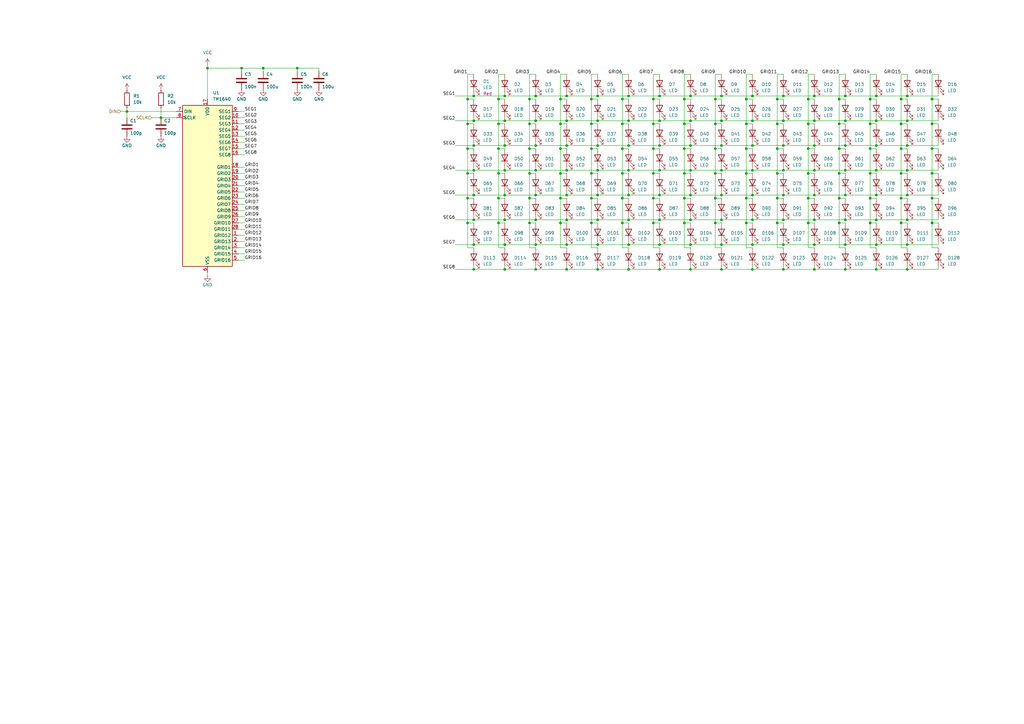
<source format=kicad_sch>
(kicad_sch (version 20231120) (generator "eeschema") (generator_version "8.0")
  (paper "A3")
  (junction (at 382.27 50.8))
  (junction (at 356.87 91.44))
  (junction (at 295.91 80.01))
  (junction (at 334.01 100.33))
  (junction (at 194.31 49.53))
  (junction (at 306.07 40.64))
  (junction (at 306.07 91.44))
  (junction (at 204.47 40.64))
  (junction (at 382.27 40.64))
  (junction (at 283.21 110.49))
  (junction (at 267.97 60.96))
  (junction (at 321.31 49.53))
  (junction (at 191.77 60.96))
  (junction (at 232.41 59.69))
  (junction (at 308.61 90.17))
  (junction (at 356.87 81.28))
  (junction (at 270.51 49.53))
  (junction (at 369.57 60.96))
  (junction (at 242.57 81.28))
  (junction (at 191.77 71.12))
  (junction (at 359.41 110.49))
  (junction (at 382.27 71.12))
  (junction (at 372.11 110.49))
  (junction (at 232.41 39.37))
  (junction (at 346.71 39.37))
  (junction (at 321.31 90.17))
  (junction (at 207.01 39.37))
  (junction (at 318.77 50.8))
  (junction (at 229.87 71.12))
  (junction (at 334.01 90.17))
  (junction (at 229.87 40.64))
  (junction (at 217.17 91.44))
  (junction (at 346.71 80.01))
  (junction (at 382.27 81.28))
  (junction (at 293.37 60.96))
  (junction (at 194.31 110.49))
  (junction (at 280.67 81.28))
  (junction (at 107.95 27.94))
  (junction (at 207.01 110.49))
  (junction (at 308.61 80.01))
  (junction (at 257.81 80.01))
  (junction (at 321.31 110.49))
  (junction (at 306.07 81.28))
  (junction (at 229.87 81.28))
  (junction (at 283.21 69.85))
  (junction (at 372.11 80.01))
  (junction (at 194.31 80.01))
  (junction (at 318.77 40.64))
  (junction (at 255.27 40.64))
  (junction (at 207.01 49.53))
  (junction (at 283.21 80.01))
  (junction (at 257.81 39.37))
  (junction (at 334.01 110.49))
  (junction (at 308.61 59.69))
  (junction (at 99.06 27.94))
  (junction (at 280.67 50.8))
  (junction (at 372.11 90.17))
  (junction (at 359.41 90.17))
  (junction (at 293.37 40.64))
  (junction (at 242.57 91.44))
  (junction (at 369.57 50.8))
  (junction (at 293.37 50.8))
  (junction (at 121.92 27.94))
  (junction (at 280.67 60.96))
  (junction (at 280.67 71.12))
  (junction (at 369.57 91.44))
  (junction (at 232.41 100.33))
  (junction (at 191.77 81.28))
  (junction (at 242.57 60.96))
  (junction (at 52.07 45.72))
  (junction (at 293.37 71.12))
  (junction (at 308.61 49.53))
  (junction (at 306.07 71.12))
  (junction (at 270.51 100.33))
  (junction (at 346.71 69.85))
  (junction (at 295.91 59.69))
  (junction (at 219.71 49.53))
  (junction (at 232.41 110.49))
  (junction (at 229.87 60.96))
  (junction (at 295.91 49.53))
  (junction (at 207.01 69.85))
  (junction (at 359.41 59.69))
  (junction (at 219.71 69.85))
  (junction (at 255.27 60.96))
  (junction (at 255.27 81.28))
  (junction (at 242.57 50.8))
  (junction (at 217.17 40.64))
  (junction (at 242.57 71.12))
  (junction (at 270.51 59.69))
  (junction (at 321.31 100.33))
  (junction (at 229.87 91.44))
  (junction (at 217.17 50.8))
  (junction (at 257.81 90.17))
  (junction (at 334.01 80.01))
  (junction (at 66.04 48.26))
  (junction (at 369.57 81.28))
  (junction (at 334.01 59.69))
  (junction (at 321.31 69.85))
  (junction (at 344.17 60.96))
  (junction (at 232.41 69.85))
  (junction (at 295.91 39.37))
  (junction (at 356.87 71.12))
  (junction (at 255.27 91.44))
  (junction (at 245.11 59.69))
  (junction (at 217.17 60.96))
  (junction (at 306.07 60.96))
  (junction (at 219.71 90.17))
  (junction (at 194.31 39.37))
  (junction (at 219.71 39.37))
  (junction (at 331.47 81.28))
  (junction (at 267.97 40.64))
  (junction (at 283.21 59.69))
  (junction (at 270.51 69.85))
  (junction (at 257.81 69.85))
  (junction (at 318.77 71.12))
  (junction (at 356.87 50.8))
  (junction (at 331.47 50.8))
  (junction (at 245.11 90.17))
  (junction (at 308.61 110.49))
  (junction (at 308.61 100.33))
  (junction (at 257.81 110.49))
  (junction (at 245.11 69.85))
  (junction (at 382.27 60.96))
  (junction (at 245.11 110.49))
  (junction (at 283.21 100.33))
  (junction (at 346.71 90.17))
  (junction (at 219.71 80.01))
  (junction (at 308.61 39.37))
  (junction (at 280.67 91.44))
  (junction (at 334.01 49.53))
  (junction (at 257.81 59.69))
  (junction (at 207.01 90.17))
  (junction (at 334.01 69.85))
  (junction (at 346.71 110.49))
  (junction (at 334.01 39.37))
  (junction (at 359.41 80.01))
  (junction (at 331.47 60.96))
  (junction (at 295.91 69.85))
  (junction (at 270.51 80.01))
  (junction (at 283.21 90.17))
  (junction (at 267.97 81.28))
  (junction (at 219.71 59.69))
  (junction (at 257.81 100.33))
  (junction (at 306.07 50.8))
  (junction (at 372.11 100.33))
  (junction (at 283.21 49.53))
  (junction (at 245.11 80.01))
  (junction (at 331.47 91.44))
  (junction (at 242.57 40.64))
  (junction (at 245.11 100.33))
  (junction (at 321.31 80.01))
  (junction (at 295.91 100.33))
  (junction (at 204.47 91.44))
  (junction (at 344.17 50.8))
  (junction (at 85.09 27.94))
  (junction (at 245.11 49.53))
  (junction (at 207.01 100.33))
  (junction (at 257.81 49.53))
  (junction (at 369.57 40.64))
  (junction (at 219.71 110.49))
  (junction (at 280.67 40.64))
  (junction (at 267.97 71.12))
  (junction (at 270.51 110.49))
  (junction (at 293.37 81.28))
  (junction (at 270.51 39.37))
  (junction (at 245.11 39.37))
  (junction (at 283.21 39.37))
  (junction (at 318.77 91.44))
  (junction (at 255.27 71.12))
  (junction (at 372.11 69.85))
  (junction (at 191.77 50.8))
  (junction (at 359.41 39.37))
  (junction (at 369.57 71.12))
  (junction (at 331.47 40.64))
  (junction (at 356.87 40.64))
  (junction (at 194.31 69.85))
  (junction (at 382.27 91.44))
  (junction (at 344.17 40.64))
  (junction (at 344.17 71.12))
  (junction (at 346.71 59.69))
  (junction (at 194.31 100.33))
  (junction (at 318.77 81.28))
  (junction (at 293.37 91.44))
  (junction (at 344.17 81.28))
  (junction (at 194.31 59.69))
  (junction (at 372.11 39.37))
  (junction (at 217.17 81.28))
  (junction (at 194.31 90.17))
  (junction (at 204.47 81.28))
  (junction (at 295.91 90.17))
  (junction (at 232.41 90.17))
  (junction (at 217.17 71.12))
  (junction (at 321.31 39.37))
  (junction (at 204.47 71.12))
  (junction (at 270.51 90.17))
  (junction (at 321.31 59.69))
  (junction (at 359.41 100.33))
  (junction (at 232.41 80.01))
  (junction (at 318.77 60.96))
  (junction (at 295.91 110.49))
  (junction (at 229.87 50.8))
  (junction (at 346.71 49.53))
  (junction (at 191.77 91.44))
  (junction (at 204.47 50.8))
  (junction (at 267.97 91.44))
  (junction (at 207.01 80.01))
  (junction (at 372.11 49.53))
  (junction (at 331.47 71.12))
  (junction (at 344.17 91.44))
  (junction (at 267.97 50.8))
  (junction (at 308.61 69.85))
  (junction (at 204.47 60.96))
  (junction (at 372.11 59.69))
  (junction (at 359.41 49.53))
  (junction (at 255.27 50.8))
  (junction (at 232.41 49.53))
  (junction (at 207.01 59.69))
  (junction (at 359.41 69.85))
  (junction (at 219.71 100.33))
  (junction (at 346.71 100.33))
  (junction (at 356.87 60.96))
  (junction (at 191.77 40.64))
  (wire (pts (xy 232.41 50.8) (xy 229.87 50.8)))
  (wire (pts (xy 359.41 59.69) (xy 359.41 58.42)))
  (wire (pts (xy 359.41 80.01) (xy 372.11 80.01)))
  (wire (pts (xy 245.11 40.64) (xy 242.57 40.64)))
  (wire (pts (xy 245.11 81.28) (xy 242.57 81.28)))
  (wire (pts (xy 207.01 39.37) (xy 219.71 39.37)))
  (wire (pts (xy 372.11 101.6) (xy 369.57 101.6)))
  (wire (pts (xy 382.27 40.64) (xy 382.27 50.8)))
  (wire (pts (xy 194.31 110.49) (xy 194.31 109.22)))
  (wire (pts (xy 66.04 44.45) (xy 66.04 48.26)))
  (wire (pts (xy 283.21 80.01) (xy 283.21 78.74)))
  (wire (pts (xy 372.11 59.69) (xy 384.81 59.69)))
  (wire (pts (xy 306.07 60.96) (xy 306.07 71.12)))
  (wire (pts (xy 257.81 50.8) (xy 255.27 50.8)))
  (wire (pts (xy 232.41 100.33) (xy 245.11 100.33)))
  (wire (pts (xy 257.81 40.64) (xy 255.27 40.64)))
  (wire (pts (xy 270.51 69.85) (xy 283.21 69.85)))
  (wire (pts (xy 321.31 49.53) (xy 334.01 49.53)))
  (wire (pts (xy 100.33 50.8) (xy 97.79 50.8)))
  (wire (pts (xy 283.21 110.49) (xy 295.91 110.49)))
  (wire (pts (xy 257.81 91.44) (xy 255.27 91.44)))
  (wire (pts (xy 280.67 30.48) (xy 280.67 40.64)))
  (wire (pts (xy 242.57 81.28) (xy 242.57 91.44)))
  (wire (pts (xy 207.01 110.49) (xy 207.01 109.22)))
  (wire (pts (xy 306.07 40.64) (xy 306.07 50.8)))
  (wire (pts (xy 384.81 40.64) (xy 382.27 40.64)))
  (wire (pts (xy 270.51 80.01) (xy 270.51 78.74)))
  (wire (pts (xy 100.33 88.9) (xy 97.79 88.9)))
  (wire (pts (xy 267.97 91.44) (xy 267.97 101.6)))
  (wire (pts (xy 372.11 90.17) (xy 384.81 90.17)))
  (wire (pts (xy 384.81 48.26) (xy 384.81 49.53)))
  (wire (pts (xy 245.11 59.69) (xy 245.11 58.42)))
  (wire (pts (xy 372.11 49.53) (xy 384.81 49.53)))
  (wire (pts (xy 217.17 40.64) (xy 217.17 50.8)))
  (wire (pts (xy 344.17 30.48) (xy 346.71 30.48)))
  (wire (pts (xy 321.31 69.85) (xy 334.01 69.85)))
  (wire (pts (xy 194.31 110.49) (xy 207.01 110.49)))
  (wire (pts (xy 344.17 50.8) (xy 344.17 60.96)))
  (wire (pts (xy 229.87 91.44) (xy 229.87 101.6)))
  (wire (pts (xy 369.57 40.64) (xy 369.57 50.8)))
  (wire (pts (xy 359.41 59.69) (xy 372.11 59.69)))
  (wire (pts (xy 384.81 100.33) (xy 384.81 99.06)))
  (wire (pts (xy 257.81 81.28) (xy 255.27 81.28)))
  (wire (pts (xy 255.27 40.64) (xy 255.27 50.8)))
  (wire (pts (xy 359.41 50.8) (xy 356.87 50.8)))
  (wire (pts (xy 245.11 80.01) (xy 245.11 78.74)))
  (wire (pts (xy 257.81 69.85) (xy 257.81 68.58)))
  (wire (pts (xy 267.97 30.48) (xy 267.97 40.64)))
  (wire (pts (xy 331.47 91.44) (xy 331.47 101.6)))
  (wire (pts (xy 219.71 71.12) (xy 217.17 71.12)))
  (wire (pts (xy 295.91 90.17) (xy 308.61 90.17)))
  (wire (pts (xy 344.17 60.96) (xy 344.17 71.12)))
  (wire (pts (xy 100.33 48.26) (xy 97.79 48.26)))
  (wire (pts (xy 232.41 49.53) (xy 245.11 49.53)))
  (wire (pts (xy 334.01 81.28) (xy 331.47 81.28)))
  (wire (pts (xy 194.31 40.64) (xy 191.77 40.64)))
  (wire (pts (xy 359.41 91.44) (xy 356.87 91.44)))
  (wire (pts (xy 100.33 53.34) (xy 97.79 53.34)))
  (wire (pts (xy 372.11 80.01) (xy 372.11 78.74)))
  (wire (pts (xy 384.81 50.8) (xy 382.27 50.8)))
  (wire (pts (xy 242.57 91.44) (xy 242.57 101.6)))
  (wire (pts (xy 85.09 26.67) (xy 85.09 27.94)))
  (wire (pts (xy 242.57 40.64) (xy 242.57 50.8)))
  (wire (pts (xy 334.01 59.69) (xy 334.01 58.42)))
  (wire (pts (xy 295.91 49.53) (xy 295.91 48.26)))
  (wire (pts (xy 321.31 68.58) (xy 321.31 69.85)))
  (wire (pts (xy 207.01 90.17) (xy 219.71 90.17)))
  (wire (pts (xy 270.51 58.42) (xy 270.51 59.69)))
  (wire (pts (xy 130.81 29.21) (xy 130.81 27.94)))
  (wire (pts (xy 194.31 81.28) (xy 191.77 81.28)))
  (wire (pts (xy 295.91 90.17) (xy 295.91 88.9)))
  (wire (pts (xy 107.95 29.21) (xy 107.95 27.94)))
  (wire (pts (xy 384.81 101.6) (xy 382.27 101.6)))
  (wire (pts (xy 217.17 30.48) (xy 217.17 40.64)))
  (wire (pts (xy 359.41 90.17) (xy 359.41 88.9)))
  (wire (pts (xy 369.57 30.48) (xy 372.11 30.48)))
  (wire (pts (xy 334.01 90.17) (xy 346.71 90.17)))
  (wire (pts (xy 372.11 80.01) (xy 384.81 80.01)))
  (wire (pts (xy 257.81 49.53) (xy 270.51 49.53)))
  (wire (pts (xy 219.71 110.49) (xy 232.41 110.49)))
  (wire (pts (xy 356.87 81.28) (xy 356.87 91.44)))
  (wire (pts (xy 384.81 80.01) (xy 384.81 78.74)))
  (wire (pts (xy 257.81 90.17) (xy 257.81 88.9)))
  (wire (pts (xy 245.11 50.8) (xy 242.57 50.8)))
  (wire (pts (xy 334.01 40.64) (xy 331.47 40.64)))
  (wire (pts (xy 293.37 30.48) (xy 293.37 40.64)))
  (wire (pts (xy 346.71 68.58) (xy 346.71 69.85)))
  (wire (pts (xy 100.33 55.88) (xy 97.79 55.88)))
  (wire (pts (xy 194.31 49.53) (xy 207.01 49.53)))
  (wire (pts (xy 191.77 60.96) (xy 191.77 71.12)))
  (wire (pts (xy 245.11 90.17) (xy 257.81 90.17)))
  (wire (pts (xy 219.71 100.33) (xy 232.41 100.33)))
  (wire (pts (xy 283.21 49.53) (xy 295.91 49.53)))
  (wire (pts (xy 207.01 80.01) (xy 207.01 78.74)))
  (wire (pts (xy 245.11 39.37) (xy 257.81 39.37)))
  (wire (pts (xy 186.69 39.37) (xy 194.31 39.37)))
  (wire (pts (xy 295.91 110.49) (xy 295.91 109.22)))
  (wire (pts (xy 372.11 39.37) (xy 372.11 38.1)))
  (wire (pts (xy 186.69 100.33) (xy 194.31 100.33)))
  (wire (pts (xy 372.11 69.85) (xy 372.11 68.58)))
  (wire (pts (xy 359.41 110.49) (xy 359.41 109.22)))
  (wire (pts (xy 219.71 101.6) (xy 217.17 101.6)))
  (wire (pts (xy 219.71 39.37) (xy 219.71 38.1)))
  (wire (pts (xy 191.77 50.8) (xy 191.77 60.96)))
  (wire (pts (xy 270.51 90.17) (xy 270.51 88.9)))
  (wire (pts (xy 346.71 100.33) (xy 359.41 100.33)))
  (wire (pts (xy 232.41 39.37) (xy 232.41 38.1)))
  (wire (pts (xy 255.27 30.48) (xy 255.27 40.64)))
  (wire (pts (xy 257.81 60.96) (xy 255.27 60.96)))
  (wire (pts (xy 270.51 40.64) (xy 267.97 40.64)))
  (wire (pts (xy 100.33 78.74) (xy 97.79 78.74)))
  (wire (pts (xy 219.71 80.01) (xy 232.41 80.01)))
  (wire (pts (xy 217.17 50.8) (xy 217.17 60.96)))
  (wire (pts (xy 346.71 90.17) (xy 346.71 88.9)))
  (wire (pts (xy 359.41 39.37) (xy 359.41 38.1)))
  (wire (pts (xy 346.71 71.12) (xy 344.17 71.12)))
  (wire (pts (xy 100.33 104.14) (xy 97.79 104.14)))
  (wire (pts (xy 280.67 40.64) (xy 280.67 50.8)))
  (wire (pts (xy 232.41 80.01) (xy 232.41 78.74)))
  (wire (pts (xy 100.33 81.28) (xy 97.79 81.28)))
  (wire (pts (xy 100.33 86.36) (xy 97.79 86.36)))
  (wire (pts (xy 219.71 69.85) (xy 232.41 69.85)))
  (wire (pts (xy 204.47 81.28) (xy 204.47 91.44)))
  (wire (pts (xy 369.57 91.44) (xy 369.57 101.6)))
  (wire (pts (xy 242.57 30.48) (xy 242.57 40.64)))
  (wire (pts (xy 283.21 39.37) (xy 295.91 39.37)))
  (wire (pts (xy 346.71 69.85) (xy 359.41 69.85)))
  (wire (pts (xy 334.01 101.6) (xy 331.47 101.6)))
  (wire (pts (xy 346.71 49.53) (xy 346.71 48.26)))
  (wire (pts (xy 372.11 39.37) (xy 384.81 39.37)))
  (wire (pts (xy 245.11 90.17) (xy 245.11 88.9)))
  (wire (pts (xy 356.87 40.64) (xy 356.87 50.8)))
  (wire (pts (xy 217.17 30.48) (xy 219.71 30.48)))
  (wire (pts (xy 232.41 48.26) (xy 232.41 49.53)))
  (wire (pts (xy 270.51 60.96) (xy 267.97 60.96)))
  (wire (pts (xy 257.81 59.69) (xy 257.81 58.42)))
  (wire (pts (xy 283.21 71.12) (xy 280.67 71.12)))
  (wire (pts (xy 100.33 45.72) (xy 97.79 45.72)))
  (wire (pts (xy 229.87 30.48) (xy 229.87 40.64)))
  (wire (pts (xy 346.71 80.01) (xy 346.71 78.74)))
  (wire (pts (xy 257.81 39.37) (xy 257.81 38.1)))
  (wire (pts (xy 308.61 90.17) (xy 321.31 90.17)))
  (wire (pts (xy 382.27 71.12) (xy 382.27 81.28)))
  (wire (pts (xy 321.31 40.64) (xy 318.77 40.64)))
  (wire (pts (xy 334.01 90.17) (xy 334.01 88.9)))
  (wire (pts (xy 186.69 49.53) (xy 194.31 49.53)))
  (wire (pts (xy 384.81 59.69) (xy 384.81 58.42)))
  (wire (pts (xy 321.31 39.37) (xy 334.01 39.37)))
  (wire (pts (xy 283.21 110.49) (xy 283.21 109.22)))
  (wire (pts (xy 293.37 30.48) (xy 295.91 30.48)))
  (wire (pts (xy 356.87 50.8) (xy 356.87 60.96)))
  (wire (pts (xy 308.61 80.01) (xy 321.31 80.01)))
  (wire (pts (xy 245.11 91.44) (xy 242.57 91.44)))
  (wire (pts (xy 308.61 48.26) (xy 308.61 49.53)))
  (wire (pts (xy 194.31 69.85) (xy 207.01 69.85)))
  (wire (pts (xy 295.91 91.44) (xy 293.37 91.44)))
  (wire (pts (xy 334.01 60.96) (xy 331.47 60.96)))
  (wire (pts (xy 232.41 59.69) (xy 245.11 59.69)))
  (wire (pts (xy 270.51 71.12) (xy 267.97 71.12)))
  (wire (pts (xy 194.31 39.37) (xy 207.01 39.37)))
  (wire (pts (xy 359.41 100.33) (xy 372.11 100.33)))
  (wire (pts (xy 372.11 60.96) (xy 369.57 60.96)))
  (wire (pts (xy 334.01 80.01) (xy 346.71 80.01)))
  (wire (pts (xy 207.01 90.17) (xy 207.01 88.9)))
  (wire (pts (xy 344.17 71.12) (xy 344.17 81.28)))
  (wire (pts (xy 369.57 81.28) (xy 369.57 91.44)))
  (wire (pts (xy 384.81 60.96) (xy 382.27 60.96)))
  (wire (pts (xy 194.31 80.01) (xy 194.31 78.74)))
  (wire (pts (xy 270.51 50.8) (xy 267.97 50.8)))
  (wire (pts (xy 207.01 48.26) (xy 207.01 49.53)))
  (wire (pts (xy 270.51 59.69) (xy 283.21 59.69)))
  (wire (pts (xy 245.11 39.37) (xy 245.11 38.1)))
  (wire (pts (xy 295.91 49.53) (xy 308.61 49.53)))
  (wire (pts (xy 308.61 59.69) (xy 308.61 58.42)))
  (wire (pts (xy 372.11 100.33) (xy 384.81 100.33)))
  (wire (pts (xy 219.71 68.58) (xy 219.71 69.85)))
  (wire (pts (xy 346.71 90.17) (xy 359.41 90.17)))
  (wire (pts (xy 100.33 63.5) (xy 97.79 63.5)))
  (wire (pts (xy 318.77 60.96) (xy 318.77 71.12)))
  (wire (pts (xy 85.09 27.94) (xy 99.06 27.94)))
  (wire (pts (xy 334.01 110.49) (xy 334.01 109.22)))
  (wire (pts (xy 257.81 80.01) (xy 270.51 80.01)))
  (wire (pts (xy 245.11 101.6) (xy 242.57 101.6)))
  (wire (pts (xy 191.77 81.28) (xy 191.77 91.44)))
  (wire (pts (xy 295.91 81.28) (xy 293.37 81.28)))
  (wire (pts (xy 207.01 59.69) (xy 207.01 58.42)))
  (wire (pts (xy 318.77 81.28) (xy 318.77 91.44)))
  (wire (pts (xy 295.91 58.42) (xy 295.91 59.69)))
  (wire (pts (xy 217.17 91.44) (xy 217.17 101.6)))
  (wire (pts (xy 194.31 71.12) (xy 191.77 71.12)))
  (wire (pts (xy 257.81 71.12) (xy 255.27 71.12)))
  (wire (pts (xy 318.77 50.8) (xy 318.77 60.96)))
  (wire (pts (xy 257.81 110.49) (xy 257.81 109.22)))
  (wire (pts (xy 283.21 81.28) (xy 280.67 81.28)))
  (wire (pts (xy 382.27 30.48) (xy 384.81 30.48)))
  (wire (pts (xy 372.11 100.33) (xy 372.11 99.06)))
  (wire (pts (xy 194.31 90.17) (xy 207.01 90.17)))
  (wire (pts (xy 306.07 71.12) (xy 306.07 81.28)))
  (wire (pts (xy 204.47 71.12) (xy 204.47 81.28)))
  (wire (pts (xy 334.01 91.44) (xy 331.47 91.44)))
  (wire (pts (xy 219.71 110.49) (xy 219.71 109.22)))
  (wire (pts (xy 130.81 27.94) (xy 121.92 27.94)))
  (wire (pts (xy 295.91 40.64) (xy 293.37 40.64)))
  (wire (pts (xy 186.69 69.85) (xy 194.31 69.85)))
  (wire (pts (xy 100.33 58.42) (xy 97.79 58.42)))
  (wire (pts (xy 194.31 101.6) (xy 191.77 101.6)))
  (wire (pts (xy 270.51 69.85) (xy 270.51 68.58)))
  (wire (pts (xy 270.51 90.17) (xy 283.21 90.17)))
  (wire (pts (xy 207.01 40.64) (xy 204.47 40.64)))
  (wire (pts (xy 217.17 81.28) (xy 217.17 91.44)))
  (wire (pts (xy 270.51 80.01) (xy 283.21 80.01)))
  (wire (pts (xy 334.01 110.49) (xy 346.71 110.49)))
  (wire (pts (xy 283.21 100.33) (xy 283.21 99.06)))
  (wire (pts (xy 283.21 60.96) (xy 280.67 60.96)))
  (wire (pts (xy 194.31 100.33) (xy 207.01 100.33)))
  (wire (pts (xy 232.41 101.6) (xy 229.87 101.6)))
  (wire (pts (xy 204.47 50.8) (xy 204.47 60.96)))
  (wire (pts (xy 232.41 71.12) (xy 229.87 71.12)))
  (wire (pts (xy 219.71 60.96) (xy 217.17 60.96)))
  (wire (pts (xy 346.71 80.01) (xy 359.41 80.01)))
  (wire (pts (xy 346.71 39.37) (xy 359.41 39.37)))
  (wire (pts (xy 267.97 60.96) (xy 267.97 71.12)))
  (wire (pts (xy 100.33 93.98) (xy 97.79 93.98)))
  (wire (pts (xy 372.11 91.44) (xy 369.57 91.44)))
  (wire (pts (xy 207.01 69.85) (xy 207.01 68.58)))
  (wire (pts (xy 321.31 80.01) (xy 334.01 80.01)))
  (wire (pts (xy 346.71 50.8) (xy 344.17 50.8)))
  (wire (pts (xy 308.61 40.64) (xy 306.07 40.64)))
  (wire (pts (xy 255.27 81.28) (xy 255.27 91.44)))
  (wire (pts (xy 255.27 60.96) (xy 255.27 71.12)))
  (wire (pts (xy 384.81 71.12) (xy 382.27 71.12)))
  (wire (pts (xy 232.41 91.44) (xy 229.87 91.44)))
  (wire (pts (xy 346.71 91.44) (xy 344.17 91.44)))
  (wire (pts (xy 191.77 40.64) (xy 191.77 50.8)))
  (wire (pts (xy 270.51 39.37) (xy 283.21 39.37)))
  (wire (pts (xy 52.07 48.26) (xy 52.07 45.72)))
  (wire (pts (xy 207.01 50.8) (xy 204.47 50.8)))
  (wire (pts (xy 308.61 39.37) (xy 308.61 38.1)))
  (wire (pts (xy 255.27 50.8) (xy 255.27 60.96)))
  (wire (pts (xy 346.71 81.28) (xy 344.17 81.28)))
  (wire (pts (xy 207.01 81.28) (xy 204.47 81.28)))
  (wire (pts (xy 255.27 30.48) (xy 257.81 30.48)))
  (wire (pts (xy 100.33 106.68) (xy 97.79 106.68)))
  (wire (pts (xy 308.61 100.33) (xy 321.31 100.33)))
  (wire (pts (xy 245.11 69.85) (xy 245.11 68.58)))
  (wire (pts (xy 232.41 110.49) (xy 232.41 109.22)))
  (wire (pts (xy 346.71 110.49) (xy 346.71 109.22)))
  (wire (pts (xy 356.87 30.48) (xy 356.87 40.64)))
  (wire (pts (xy 242.57 71.12) (xy 242.57 81.28)))
  (wire (pts (xy 191.77 30.48) (xy 194.31 30.48)))
  (wire (pts (xy 344.17 91.44) (xy 344.17 101.6)))
  (wire (pts (xy 295.91 80.01) (xy 308.61 80.01)))
  (wire (pts (xy 207.01 49.53) (xy 219.71 49.53)))
  (wire (pts (xy 372.11 110.49) (xy 384.81 110.49)))
  (wire (pts (xy 207.01 39.37) (xy 207.01 38.1)))
  (wire (pts (xy 331.47 30.48) (xy 334.01 30.48)))
  (wire (pts (xy 321.31 101.6) (xy 318.77 101.6)))
  (wire (pts (xy 191.77 91.44) (xy 191.77 101.6)))
  (wire (pts (xy 369.57 71.12) (xy 369.57 81.28)))
  (wire (pts (xy 334.01 50.8) (xy 331.47 50.8)))
  (wire (pts (xy 194.31 91.44) (xy 191.77 91.44)))
  (wire (pts (xy 283.21 90.17) (xy 283.21 88.9)))
  (wire (pts (xy 334.01 80.01) (xy 334.01 78.74)))
  (wire (pts (xy 186.69 110.49) (xy 194.31 110.49)))
  (wire (pts (xy 359.41 49.53) (xy 359.41 48.26)))
  (wire (pts (xy 219.71 39.37) (xy 232.41 39.37)))
  (wire (pts (xy 293.37 60.96) (xy 293.37 71.12)))
  (wire (pts (xy 194.31 59.69) (xy 207.01 59.69)))
  (wire (pts (xy 267.97 81.28) (xy 267.97 91.44)))
  (wire (pts (xy 356.87 30.48) (xy 359.41 30.48)))
  (wire (pts (xy 204.47 91.44) (xy 204.47 101.6)))
  (wire (pts (xy 359.41 71.12) (xy 356.87 71.12)))
  (wire (pts (xy 283.21 100.33) (xy 295.91 100.33)))
  (wire (pts (xy 270.51 49.53) (xy 283.21 49.53)))
  (wire (pts (xy 369.57 30.48) (xy 369.57 40.64)))
  (wire (pts (xy 321.31 110.49) (xy 334.01 110.49)))
  (wire (pts (xy 229.87 40.64) (xy 229.87 50.8)))
  (wire (pts (xy 270.51 100.33) (xy 283.21 100.33)))
  (wire (pts (xy 344.17 30.48) (xy 344.17 40.64)))
  (wire (pts (xy 219.71 48.26) (xy 219.71 49.53)))
  (wire (pts (xy 372.11 40.64) (xy 369.57 40.64)))
  (wire (pts (xy 334.01 69.85) (xy 334.01 68.58)))
  (wire (pts (xy 293.37 81.28) (xy 293.37 91.44)))
  (wire (pts (xy 100.33 101.6) (xy 97.79 101.6)))
  (wire (pts (xy 321.31 100.33) (xy 321.31 99.06)))
  (wire (pts (xy 334.01 69.85) (xy 346.71 69.85)))
  (wire (pts (xy 346.71 101.6) (xy 344.17 101.6)))
  (wire (pts (xy 372.11 90.17) (xy 372.11 88.9)))
  (wire (pts (xy 306.07 91.44) (xy 306.07 101.6)))
  (wire (pts (xy 204.47 30.48) (xy 204.47 40.64)))
  (wire (pts (xy 270.51 100.33) (xy 270.51 99.06)))
  (wire (pts (xy 217.17 71.12) (xy 217.17 81.28)))
  (wire (pts (xy 257.81 101.6) (xy 255.27 101.6)))
  (wire (pts (xy 245.11 100.33) (xy 257.81 100.33)))
  (wire (pts (xy 232.41 69.85) (xy 245.11 69.85)))
  (wire (pts (xy 280.67 91.44) (xy 280.67 101.6)))
  (wire (pts (xy 232.41 60.96) (xy 229.87 60.96)))
  (wire (pts (xy 217.17 60.96) (xy 217.17 71.12)))
  (wire (pts (xy 308.61 50.8) (xy 306.07 50.8)))
  (wire (pts (xy 372.11 49.53) (xy 372.11 48.26)))
  (wire (pts (xy 49.53 45.72) (xy 52.07 45.72)))
  (wire (pts (xy 344.17 40.64) (xy 344.17 50.8)))
  (wire (pts (xy 359.41 39.37) (xy 372.11 39.37)))
  (wire (pts (xy 270.51 91.44) (xy 267.97 91.44)))
  (wire (pts (xy 308.61 110.49) (xy 321.31 110.49)))
  (wire (pts (xy 295.91 39.37) (xy 295.91 38.1)))
  (wire (pts (xy 191.77 71.12) (xy 191.77 81.28)))
  (wire (pts (xy 270.51 81.28) (xy 267.97 81.28)))
  (wire (pts (xy 207.01 80.01) (xy 219.71 80.01)))
  (wire (pts (xy 232.41 40.64) (xy 229.87 40.64)))
  (wire (pts (xy 280.67 71.12) (xy 280.67 81.28)))
  (wire (pts (xy 283.21 40.64) (xy 280.67 40.64)))
  (wire (pts (xy 359.41 101.6) (xy 356.87 101.6)))
  (wire (pts (xy 270.51 110.49) (xy 283.21 110.49)))
  (wire (pts (xy 219.71 50.8) (xy 217.17 50.8)))
  (wire (pts (xy 194.31 80.01) (xy 207.01 80.01)))
  (wire (pts (xy 232.41 39.37) (xy 245.11 39.37)))
  (wire (pts (xy 194.31 68.58) (xy 194.31 69.85)))
  (wire (pts (xy 372.11 58.42) (xy 372.11 59.69)))
  (wire (pts (xy 283.21 101.6) (xy 280.67 101.6)))
  (wire (pts (xy 321.31 100.33) (xy 334.01 100.33)))
  (wire (pts (xy 100.33 73.66) (xy 97.79 73.66)))
  (wire (pts (xy 245.11 100.33) (xy 245.11 99.06)))
  (wire (pts (xy 356.87 91.44) (xy 356.87 101.6)))
  (wire (pts (xy 207.01 91.44) (xy 204.47 91.44)))
  (wire (pts (xy 318.77 30.48) (xy 321.31 30.48)))
  (wire (pts (xy 318.77 71.12) (xy 318.77 81.28)))
  (wire (pts (xy 331.47 71.12) (xy 331.47 81.28)))
  (wire (pts (xy 369.57 60.96) (xy 369.57 71.12)))
  (wire (pts (xy 232.41 58.42) (xy 232.41 59.69)))
  (wire (pts (xy 359.41 110.49) (xy 372.11 110.49)))
  (wire (pts (xy 283.21 91.44) (xy 280.67 91.44)))
  (wire (pts (xy 308.61 90.17) (xy 308.61 88.9)))
  (wire (pts (xy 219.71 90.17) (xy 232.41 90.17)))
  (wire (pts (xy 245.11 69.85) (xy 257.81 69.85)))
  (wire (pts (xy 321.31 71.12) (xy 318.77 71.12)))
  (wire (pts (xy 321.31 59.69) (xy 334.01 59.69)))
  (wire (pts (xy 186.69 59.69) (xy 194.31 59.69)))
  (wire (pts (xy 308.61 68.58) (xy 308.61 69.85)))
  (wire (pts (xy 346.71 39.37) (xy 346.71 38.1)))
  (wire (pts (xy 293.37 91.44) (xy 293.37 101.6)))
  (wire (pts (xy 334.01 59.69) (xy 346.71 59.69)))
  (wire (pts (xy 207.01 60.96) (xy 204.47 60.96)))
  (wire (pts (xy 100.33 91.44) (xy 97.79 91.44)))
  (wire (pts (xy 245.11 71.12) (xy 242.57 71.12)))
  (wire (pts (xy 318.77 91.44) (xy 318.77 101.6)))
  (wire (pts (xy 295.91 50.8) (xy 293.37 50.8)))
  (wire (pts (xy 100.33 60.96) (xy 97.79 60.96)))
  (wire (pts (xy 295.91 100.33) (xy 308.61 100.33)))
  (wire (pts (xy 382.27 60.96) (xy 382.27 71.12)))
  (wire (pts (xy 219.71 90.17) (xy 219.71 88.9)))
  (wire (pts (xy 100.33 76.2) (xy 97.79 76.2)))
  (wire (pts (xy 267.97 30.48) (xy 270.51 30.48)))
  (wire (pts (xy 331.47 40.64) (xy 331.47 50.8)))
  (wire (pts (xy 257.81 100.33) (xy 270.51 100.33)))
  (wire (pts (xy 346.71 60.96) (xy 344.17 60.96)))
  (wire (pts (xy 257.81 59.69) (xy 270.51 59.69)))
  (wire (pts (xy 346.71 58.42) (xy 346.71 59.69)))
  (wire (pts (xy 321.31 49.53) (xy 321.31 48.26)))
  (wire (pts (xy 267.97 50.8) (xy 267.97 60.96)))
  (wire (pts (xy 295.91 59.69) (xy 308.61 59.69)))
  (wire (pts (xy 382.27 30.48) (xy 382.27 40.64)))
  (wire (pts (xy 321.31 80.01) (xy 321.31 78.74)))
  (wire (pts (xy 331.47 81.28) (xy 331.47 91.44)))
  (wire (pts (xy 308.61 91.44) (xy 306.07 91.44)))
  (wire (pts (xy 295.91 80.01) (xy 295.91 78.74)))
  (wire (pts (xy 280.67 30.48) (xy 283.21 30.48)))
  (wire (pts (xy 331.47 50.8) (xy 331.47 60.96)))
  (wire (pts (xy 344.17 81.28) (xy 344.17 91.44)))
  (wire (pts (xy 204.47 40.64) (xy 204.47 50.8)))
  (wire (pts (xy 283.21 90.17) (xy 295.91 90.17)))
  (wire (pts (xy 295.91 39.37) (xy 308.61 39.37)))
  (wire (pts (xy 321.31 90.17) (xy 321.31 88.9)))
  (wire (pts (xy 257.81 100.33) (xy 257.81 99.06)))
  (wire (pts (xy 229.87 50.8) (xy 229.87 60.96)))
  (wire (pts (xy 372.11 110.49) (xy 372.11 109.22)))
  (wire (pts (xy 207.01 110.49) (xy 219.71 110.49)))
  (wire (pts (xy 334.01 100.33) (xy 346.71 100.33)))
  (wire (pts (xy 204.47 60.96) (xy 204.47 71.12)))
  (wire (pts (xy 191.77 30.48) (xy 191.77 40.64)))
  (wire (pts (xy 232.41 110.49) (xy 245.11 110.49)))
  (wire (pts (xy 257.81 69.85) (xy 270.51 69.85)))
  (wire (pts (xy 232.41 69.85) (xy 232.41 68.58)))
  (wire (pts (xy 372.11 81.28) (xy 369.57 81.28)))
  (wire (pts (xy 242.57 30.48) (xy 245.11 30.48)))
  (wire (pts (xy 52.07 45.72) (xy 72.39 45.72)))
  (wire (pts (xy 186.69 80.01) (xy 194.31 80.01)))
  (wire (pts (xy 245.11 110.49) (xy 245.11 109.22)))
  (wire (pts (xy 107.95 27.94) (xy 121.92 27.94)))
  (wire (pts (xy 372.11 69.85) (xy 384.81 69.85)))
  (wire (pts (xy 194.31 60.96) (xy 191.77 60.96)))
  (wire (pts (xy 229.87 81.28) (xy 229.87 91.44)))
  (wire (pts (xy 280.67 50.8) (xy 280.67 60.96)))
  (wire (pts (xy 308.61 59.69) (xy 321.31 59.69)))
  (wire (pts (xy 257.81 90.17) (xy 270.51 90.17)))
  (wire (pts (xy 100.33 71.12) (xy 97.79 71.12)))
  (wire (pts (xy 267.97 40.64) (xy 267.97 50.8)))
  (wire (pts (xy 334.01 39.37) (xy 334.01 38.1)))
  (wire (pts (xy 283.21 39.37) (xy 283.21 38.1)))
  (wire (pts (xy 308.61 39.37) (xy 321.31 39.37)))
  (wire (pts (xy 384.81 90.17) (xy 384.81 88.9)))
  (wire (pts (xy 321.31 60.96) (xy 318.77 60.96)))
  (wire (pts (xy 306.07 50.8) (xy 306.07 60.96)))
  (wire (pts (xy 85.09 27.94) (xy 85.09 40.64)))
  (wire (pts (xy 359.41 81.28) (xy 356.87 81.28)))
  (wire (pts (xy 384.81 81.28) (xy 382.27 81.28)))
  (wire (pts (xy 372.11 50.8) (xy 369.57 50.8)))
  (wire (pts (xy 270.51 110.49) (xy 270.51 109.22)))
  (wire (pts (xy 283.21 49.53) (xy 283.21 48.26)))
  (wire (pts (xy 308.61 101.6) (xy 306.07 101.6)))
  (wire (pts (xy 52.07 44.45) (xy 52.07 45.72)))
  (wire (pts (xy 270.51 39.37) (xy 270.51 38.1)))
  (wire (pts (xy 207.01 59.69) (xy 219.71 59.69)))
  (wire (pts (xy 62.23 48.26) (xy 66.04 48.26)))
  (wire (pts (xy 229.87 71.12) (xy 229.87 81.28)))
  (wire (pts (xy 219.71 40.64) (xy 217.17 40.64)))
  (wire (pts (xy 194.31 100.33) (xy 194.31 99.06)))
  (wire (pts (xy 242.57 60.96) (xy 242.57 71.12)))
  (wire (pts (xy 321.31 91.44) (xy 318.77 91.44)))
  (wire (pts (xy 372.11 71.12) (xy 369.57 71.12)))
  (wire (pts (xy 318.77 30.48) (xy 318.77 40.64)))
  (wire (pts (xy 334.01 49.53) (xy 346.71 49.53)))
  (wire (pts (xy 257.81 80.01) (xy 257.81 78.74)))
  (wire (pts (xy 308.61 110.49) (xy 308.61 109.22)))
  (wire (pts (xy 232.41 81.28) (xy 229.87 81.28)))
  (wire (pts (xy 334.01 48.26) (xy 334.01 49.53)))
  (wire (pts (xy 318.77 40.64) (xy 318.77 50.8)))
  (wire (pts (xy 257.81 110.49) (xy 270.51 110.49)))
  (wire (pts (xy 321.31 110.49) (xy 321.31 109.22)))
  (wire (pts (xy 359.41 90.17) (xy 372.11 90.17)))
  (wire (pts (xy 369.57 50.8) (xy 369.57 60.96)))
  (wire (pts (xy 295.91 100.33) (xy 295.91 99.06)))
  (wire (pts (xy 207.01 100.33) (xy 219.71 100.33)))
  (wire (pts (xy 207.01 100.33) (xy 207.01 99.06)))
  (wire (pts (xy 346.71 59.69) (xy 359.41 59.69)))
  (wire (pts (xy 384.81 110.49) (xy 384.81 109.22)))
  (wire (pts (xy 295.91 110.49) (xy 308.61 110.49)))
  (wire (pts (xy 283.21 50.8) (xy 280.67 50.8)))
  (wire (pts (xy 219.71 49.53) (xy 232.41 49.53)))
  (wire (pts (xy 295.91 60.96) (xy 293.37 60.96)))
  (wire (pts (xy 356.87 60.96) (xy 356.87 71.12)))
  (wire (pts (xy 382.27 81.28) (xy 382.27 91.44)))
  (wire (pts (xy 321.31 39.37) (xy 321.31 38.1)))
  (wire (pts (xy 207.01 71.12) (xy 204.47 71.12)))
  (wire (pts (xy 257.81 39.37) (xy 270.51 39.37)))
  (wire (pts (xy 245.11 80.01) (xy 257.81 80.01)))
  (wire (pts (xy 100.33 96.52) (xy 97.79 96.52)))
  (wire (pts (xy 242.57 50.8) (xy 242.57 60.96)))
  (wire (pts (xy 295.91 101.6) (xy 293.37 101.6)))
  (wire (pts (xy 219.71 59.69) (xy 219.71 58.42)))
  (wire (pts (xy 334.01 71.12) (xy 331.47 71.12)))
  (wire (pts (xy 382.27 50.8) (xy 382.27 60.96)))
  (wire (pts (xy 245.11 110.49) (xy 257.81 110.49)))
  (wire (pts (xy 321.31 81.28) (xy 318.77 81.28)))
  (wire (pts (xy 346.71 110.49) (xy 359.41 110.49)))
  (wire (pts (xy 100.33 68.58) (xy 97.79 68.58)))
  (wire (pts (xy 384.81 39.37) (xy 384.81 38.1)))
  (wire (pts (xy 359.41 69.85) (xy 372.11 69.85)))
  (wire (pts (xy 295.91 69.85) (xy 295.91 68.58)))
  (wire (pts (xy 308.61 49.53) (xy 321.31 49.53)))
  (wire (pts (xy 359.41 68.58) (xy 359.41 69.85)))
  (wire (pts (xy 85.09 113.03) (xy 85.09 111.76)))
  (wire (pts (xy 283.21 80.01) (xy 295.91 80.01)))
  (wire (pts (xy 306.07 30.48) (xy 308.61 30.48)))
  (wire (pts (xy 359.41 49.53) (xy 372.11 49.53)))
  (wire (pts (xy 321.31 59.69) (xy 321.31 58.42)))
  (wire (pts (xy 308.61 60.96) (xy 306.07 60.96)))
  (wire (pts (xy 207.01 69.85) (xy 219.71 69.85)))
  (wire (pts (xy 186.69 90.17) (xy 194.31 90.17)))
  (wire (pts (xy 257.81 48.26) (xy 257.81 49.53)))
  (wire (pts (xy 280.67 81.28) (xy 280.67 91.44)))
  (wire (pts (xy 331.47 30.48) (xy 331.47 40.64)))
  (wire (pts (xy 245.11 59.69) (xy 257.81 59.69)))
  (wire (pts (xy 308.61 100.33) (xy 308.61 99.06)))
  (wire (pts (xy 359.41 60.96) (xy 356.87 60.96)))
  (wire (pts (xy 346.71 100.33) (xy 346.71 99.06)))
  (wire (pts (xy 245.11 60.96) (xy 242.57 60.96)))
  (wire (pts (xy 232.41 90.17) (xy 232.41 88.9)))
  (wire (pts (xy 295.91 69.85) (xy 308.61 69.85)))
  (wire (pts (xy 219.71 91.44) (xy 217.17 91.44)))
  (wire (pts (xy 384.81 91.44) (xy 382.27 91.44)))
  (wire (pts (xy 232.41 90.17) (xy 245.11 90.17)))
  (wire (pts (xy 229.87 60.96) (xy 229.87 71.12)))
  (wire (pts (xy 346.71 49.53) (xy 359.41 49.53)))
  (wire (pts (xy 295.91 71.12) (xy 293.37 71.12)))
  (wire (pts (xy 107.95 27.94) (xy 99.06 27.94)))
  (wire (pts (xy 283.21 59.69) (xy 283.21 58.42)))
  (wire (pts (xy 384.81 68.58) (xy 384.81 69.85)))
  (wire (pts (xy 191.77 50.8) (xy 194.31 50.8)))
  (wire (pts (xy 308.61 69.85) (xy 321.31 69.85)))
  (wire (pts (xy 308.61 71.12) (xy 306.07 71.12)))
  (wire (pts (xy 219.71 59.69) (xy 232.41 59.69)))
  (wire (pts (xy 293.37 40.64) (xy 293.37 50.8)))
  (wire (pts (xy 100.33 83.82) (xy 97.79 83.82)))
  (wire (pts (xy 204.47 30.48) (xy 207.01 30.48)))
  (wire (pts (xy 331.47 60.96) (xy 331.47 71.12)))
  (wire (pts (xy 232.41 100.33) (xy 232.41 99.06)))
  (wire (pts (xy 229.87 30.48) (xy 232.41 30.48)))
  (wire (pts (xy 245.11 49.53) (xy 257.81 49.53)))
  (wire (pts (xy 334.01 100.33) (xy 334.01 99.06)))
  (wire (pts (xy 121.92 27.94) (xy 121.92 29.21)))
  (wire (pts (xy 270.51 48.26) (xy 270.51 49.53)))
  (wire (pts (xy 306.07 30.48) (xy 306.07 40.64)))
  (wire (pts (xy 346.71 40.64) (xy 344.17 40.64)))
  (wire (pts (xy 334.01 39.37) (xy 346.71 39.37)))
  (wire (pts (xy 219.71 100.33) (xy 219.71 99.06)))
  (wire (pts (xy 283.21 68.58) (xy 283.21 69.85)))
  (wire (pts (xy 359.41 80.01) (xy 359.41 78.74)))
  (wire (pts (xy 308.61 80.01) (xy 308.61 78.74)))
  (wire (pts (xy 194.31 39.37) (xy 194.31 38.1)))
  (wire (pts (xy 219.71 81.28) (xy 217.17 81.28)))
  (wire (pts (xy 232.41 80.01) (xy 245.11 80.01)))
  (wire (pts (xy 100.33 99.06) (xy 97.79 99.06)))
  (wire (pts (xy 356.87 71.12) (xy 356.87 81.28)))
  (wire (pts (xy 270.51 101.6) (xy 267.97 101.6)))
  (wire (pts (xy 283.21 59.69) (xy 295.91 59.69)))
  (wire (pts (xy 293.37 50.8) (xy 293.37 60.96)))
  (wire (pts (xy 255.27 91.44) (xy 255.27 101.6)))
  (wire (pts (xy 308.61 81.28) (xy 306.07 81.28)))
  (wire (pts (xy 194.31 58.42) (xy 194.31 59.69)))
  (wire (pts (xy 219.71 80.01) (xy 219.71 78.74)))
  (wire (pts (xy 321.31 50.8) (xy 318.77 50.8)))
  (wire (pts (xy 293.37 71.12) (xy 293.37 81.28)))
  (wire (pts (xy 245.11 48.26) (xy 245.11 49.53)))
  (wire (pts (xy 359.41 40.64) (xy 356.87 40.64)))
  (wire (pts (xy 283.21 69.85) (xy 295.91 69.85)))
  (wire (pts (xy 194.31 49.53) (xy 194.31 48.26)))
  (wire (pts (xy 321.31 90.17) (xy 334.01 90.17)))
  (wire (pts (xy 207.01 101.6) (xy 204.47 101.6)))
  (wire (pts (xy 382.27 91.44) (xy 382.27 101.6)))
  (wire (pts (xy 255.27 71.12) (xy 255.27 81.28)))
  (wire (pts (xy 306.07 81.28) (xy 306.07 91.44)))
  (wire (pts (xy 280.67 60.96) (xy 280.67 71.12)))
  (wire (pts (xy 194.31 90.17) (xy 194.31 88.9)))
  (wire (pts (xy 66.04 48.26) (xy 72.39 48.26)))
  (wire (pts (xy 359.41 100.33) (xy 359.41 99.06)))
  (wire (pts (xy 99.06 27.94) (xy 99.06 29.21)))
  (wire (pts (xy 267.97 71.12) (xy 267.97 81.28)))
  (label "SEG8" (at 186.69 110.49 180))
  (label "SEG5" (at 186.69 80.01 180))
  (label "GRID8" (at 280.67 30.48 180))
  (label "GRID16" (at 382.27 30.48 180))
  (label "SEG2" (at 186.69 49.53 180))
  (label "SEG5" (at 100.33 55.88 0))
  (label "GRID6" (at 255.27 30.48 180))
  (label "GRID6" (at 100.33 81.28 0))
  (label "GRID3" (at 100.33 73.66 0))
  (label "GRID5" (at 100.33 78.74 0))
  (label "GRID3" (at 217.17 30.48 180))
  (label "SEG2" (at 100.33 48.26 0))
  (label "SEG1" (at 100.33 45.72 0))
  (label "GRID11" (at 318.77 30.48 180))
  (label "SEG6" (at 186.69 90.17 180))
  (label "GRID10" (at 306.07 30.48 180))
  (label "SEG7" (at 186.69 100.33 180))
  (label "GRID1" (at 100.33 68.58 0))
  (label "SEG7" (at 100.33 60.96 0))
  (label "SEG3" (at 186.69 59.69 180))
  (label "GRID11" (at 100.33 93.98 0))
  (label "GRID14" (at 356.87 30.48 180))
  (label "SEG4" (at 186.69 69.85 180))
  (label "SEG1" (at 186.69 39.37 180))
  (label "GRID16" (at 100.33 106.68 0))
  (label "GRID12" (at 331.47 30.48 180))
  (label "GRID13" (at 100.33 99.06 0))
  (label "SEG6" (at 100.33 58.42 0))
  (label "GRID2" (at 204.47 30.48 180))
  (label "GRID4" (at 100.33 76.2 0))
  (label "GRID4" (at 229.87 30.48 180))
  (label "GRID9" (at 100.33 88.9 0))
  (label "GRID5" (at 242.57 30.48 180))
  (label "GRID7" (at 100.33 83.82 0))
  (label "GRID9" (at 293.37 30.48 180))
  (label "SEG3" (at 100.33 50.8 0))
  (label "GRID15" (at 369.57 30.48 180))
  (label "GRID8" (at 100.33 86.36 0))
  (label "GRID1" (at 191.77 30.48 180))
  (label "SEG4" (at 100.33 53.34 0))
  (label "GRID13" (at 344.17 30.48 180))
  (label "GRID2" (at 100.33 71.12 0))
  (label "GRID12" (at 100.33 96.52 0))
  (label "SEG8" (at 100.33 63.5 0))
  (label "GRID14" (at 100.33 101.6 0))
  (label "GRID7" (at 267.97 30.48 180))
  (label "GRID10" (at 100.33 91.44 0))
  (label "GRID15" (at 100.33 104.14 0))
  (hierarchical_label "DIN" (shape input) (at 49.53 45.72 180))
  (hierarchical_label "SCLK" (shape input) (at 62.23 48.26 180))
  (symbol (lib_id "Device:LED") (at 232.41 34.29 90) (unit 1)
    (property "Reference" "D4" (at 236.22 34.6074 90) (effects (justify right)))
    (property "Value" "LED" (at 236.22 37.1474 90) (effects (justify right)))
    (property "Footprint" "LED_SMD:LED_1206_3216Metric_Pad1.42x1.75mm_HandSolder" (effects (hide yes)))
    (property "Description" "Light emitting diode" (effects (hide yes)))
  )
  (symbol (lib_id "Device:LED") (at 346.71 64.77 90) (unit 1)
    (property "Reference" "D61" (at 350.52 65.0874 90) (effects (justify right)))
    (property "Value" "LED" (at 350.52 67.6274 90) (effects (justify right)))
    (property "Footprint" "LED_SMD:LED_1206_3216Metric_Pad1.42x1.75mm_HandSolder" (effects (hide yes)))
    (property "Description" "Light emitting diode" (effects (hide yes)))
  )
  (symbol (lib_id "Device:LED") (at 245.11 54.61 90) (unit 1)
    (property "Reference" "D37" (at 248.92 54.9274 90) (effects (justify right)))
    (property "Value" "LED" (at 248.92 57.4674 90) (effects (justify right)))
    (property "Footprint" "LED_SMD:LED_1206_3216Metric_Pad1.42x1.75mm_HandSolder" (effects (hide yes)))
    (property "Description" "Light emitting diode" (effects (hide yes)))
  )
  (symbol (lib_id "Device:LED") (at 372.11 74.93 90) (unit 1)
    (property "Reference" "D79" (at 375.92 75.2474 90) (effects (justify right)))
    (property "Value" "LED" (at 375.92 77.7874 90) (effects (justify right)))
    (property "Footprint" "LED_SMD:LED_1206_3216Metric_Pad1.42x1.75mm_HandSolder" (effects (hide yes)))
    (property "Description" "Light emitting diode" (effects (hide yes)))
  )
  (symbol (lib_id "Device:LED") (at 194.31 64.77 90) (unit 1)
    (property "Reference" "D49" (at 198.12 65.0874 90) (effects (justify right)))
    (property "Value" "LED" (at 198.12 67.6274 90) (effects (justify right)))
    (property "Footprint" "LED_SMD:LED_1206_3216Metric_Pad1.42x1.75mm_HandSolder" (effects (hide yes)))
    (property "Description" "Light emitting diode" (effects (hide yes)))
  )
  (symbol (lib_id "power:VCC") (at 52.07 36.83 0) (unit 1)
    (property "Reference" "#PWR05" (effects (hide yes)))
    (property "Value" "VCC" (at 52.07 31.75 0))
  )
  (symbol (lib_id "Device:LED") (at 232.41 95.25 90) (unit 1)
    (property "Reference" "D100" (at 236.22 95.5674 90) (effects (justify right)))
    (property "Value" "LED" (at 236.22 98.1074 90) (effects (justify right)))
    (property "Footprint" "LED_SMD:LED_1206_3216Metric_Pad1.42x1.75mm_HandSolder" (effects (hide yes)))
    (property "Description" "Light emitting diode" (effects (hide yes)))
  )
  (symbol (lib_id "power:GND") (at 66.04 55.88 0) (unit 1)
    (property "Reference" "#PWR08" (effects (hide yes)))
    (property "Value" "GND" (at 66.04 59.69 0))
  )
  (symbol (lib_id "Device:LED") (at 245.11 44.45 90) (unit 1)
    (property "Reference" "D21" (at 248.92 44.7674 90) (effects (justify right)))
    (property "Value" "LED" (at 248.92 47.3074 90) (effects (justify right)))
    (property "Footprint" "LED_SMD:LED_1206_3216Metric_Pad1.42x1.75mm_HandSolder" (effects (hide yes)))
    (property "Description" "Light emitting diode" (effects (hide yes)))
  )
  (symbol (lib_id "Device:LED") (at 194.31 54.61 90) (unit 1)
    (property "Reference" "D33" (at 198.12 54.9274 90) (effects (justify right)))
    (property "Value" "LED" (at 198.12 57.4674 90) (effects (justify right)))
    (property "Footprint" "LED_SMD:LED_1206_3216Metric_Pad1.42x1.75mm_HandSolder" (effects (hide yes)))
    (property "Description" "Light emitting diode" (effects (hide yes)))
  )
  (symbol (lib_id "Device:LED") (at 270.51 105.41 90) (unit 1)
    (property "Reference" "D119" (at 274.32 105.7274 90) (effects (justify right)))
    (property "Value" "LED" (at 274.32 108.2674 90) (effects (justify right)))
    (property "Footprint" "LED_SMD:LED_1206_3216Metric_Pad1.42x1.75mm_HandSolder" (effects (hide yes)))
    (property "Description" "Light emitting diode" (effects (hide yes)))
  )
  (symbol (lib_id "Device:LED") (at 346.71 95.25 90) (unit 1)
    (property "Reference" "D109" (at 350.52 95.5674 90) (effects (justify right)))
    (property "Value" "LED" (at 350.52 98.1074 90) (effects (justify right)))
    (property "Footprint" "LED_SMD:LED_1206_3216Metric_Pad1.42x1.75mm_HandSolder" (effects (hide yes)))
    (property "Description" "Light emitting diode" (effects (hide yes)))
  )
  (symbol (lib_id "Device:LED") (at 346.71 44.45 90) (unit 1)
    (property "Reference" "D29" (at 350.52 44.7674 90) (effects (justify right)))
    (property "Value" "LED" (at 350.52 47.3074 90) (effects (justify right)))
    (property "Footprint" "LED_SMD:LED_1206_3216Metric_Pad1.42x1.75mm_HandSolder" (effects (hide yes)))
    (property "Description" "Light emitting diode" (effects (hide yes)))
  )
  (symbol (lib_id "Device:LED") (at 308.61 64.77 90) (unit 1)
    (property "Reference" "D58" (at 312.42 65.0874 90) (effects (justify right)))
    (property "Value" "LED" (at 312.42 67.6274 90) (effects (justify right)))
    (property "Footprint" "LED_SMD:LED_1206_3216Metric_Pad1.42x1.75mm_HandSolder" (effects (hide yes)))
    (property "Description" "Light emitting diode" (effects (hide yes)))
  )
  (symbol (lib_id "Device:LED") (at 321.31 44.45 90) (unit 1)
    (property "Reference" "D27" (at 325.12 44.7674 90) (effects (justify right)))
    (property "Value" "LED" (at 325.12 47.3074 90) (effects (justify right)))
    (property "Footprint" "LED_SMD:LED_1206_3216Metric_Pad1.42x1.75mm_HandSolder" (effects (hide yes)))
    (property "Description" "Light emitting diode" (effects (hide yes)))
  )
  (symbol (lib_id "Device:LED") (at 321.31 64.77 90) (unit 1)
    (property "Reference" "D59" (at 325.12 65.0874 90) (effects (justify right)))
    (property "Value" "LED" (at 325.12 67.6274 90) (effects (justify right)))
    (property "Footprint" "LED_SMD:LED_1206_3216Metric_Pad1.42x1.75mm_HandSolder" (effects (hide yes)))
    (property "Description" "Light emitting diode" (effects (hide yes)))
  )
  (symbol (lib_id "Device:LED") (at 270.51 64.77 90) (unit 1)
    (property "Reference" "D55" (at 274.32 65.0874 90) (effects (justify right)))
    (property "Value" "LED" (at 274.32 67.6274 90) (effects (justify right)))
    (property "Footprint" "LED_SMD:LED_1206_3216Metric_Pad1.42x1.75mm_HandSolder" (effects (hide yes)))
    (property "Description" "Light emitting diode" (effects (hide yes)))
  )
  (symbol (lib_id "Device:LED") (at 219.71 74.93 90) (unit 1)
    (property "Reference" "D67" (at 223.52 75.2474 90) (effects (justify right)))
    (property "Value" "LED" (at 223.52 77.7874 90) (effects (justify right)))
    (property "Footprint" "LED_SMD:LED_1206_3216Metric_Pad1.42x1.75mm_HandSolder" (effects (hide yes)))
    (property "Description" "Light emitting diode" (effects (hide yes)))
  )
  (symbol (lib_id "Device:LED") (at 372.11 85.09 90) (unit 1)
    (property "Reference" "D95" (at 375.92 85.4074 90) (effects (justify right)))
    (property "Value" "LED" (at 375.92 87.9474 90) (effects (justify right)))
    (property "Footprint" "LED_SMD:LED_1206_3216Metric_Pad1.42x1.75mm_HandSolder" (effects (hide yes)))
    (property "Description" "Light emitting diode" (effects (hide yes)))
  )
  (symbol (lib_id "Device:LED") (at 334.01 44.45 90) (unit 1)
    (property "Reference" "D28" (at 337.82 44.7674 90) (effects (justify right)))
    (property "Value" "LED" (at 337.82 47.3074 90) (effects (justify right)))
    (property "Footprint" "LED_SMD:LED_1206_3216Metric_Pad1.42x1.75mm_HandSolder" (effects (hide yes)))
    (property "Description" "Light emitting diode" (effects (hide yes)))
  )
  (symbol (lib_id "power:GND") (at 99.06 36.83 0) (unit 1)
    (property "Reference" "#PWR011" (effects (hide yes)))
    (property "Value" "GND" (at 99.06 40.64 0))
  )
  (symbol (lib_id "Device:LED") (at 219.71 95.25 90) (unit 1)
    (property "Reference" "D99" (at 223.52 95.5674 90) (effects (justify right)))
    (property "Value" "LED" (at 223.52 98.1074 90) (effects (justify right)))
    (property "Footprint" "LED_SMD:LED_1206_3216Metric_Pad1.42x1.75mm_HandSolder" (effects (hide yes)))
    (property "Description" "Light emitting diode" (effects (hide yes)))
  )
  (symbol (lib_id "Device:LED") (at 194.31 34.29 90) (unit 1)
    (property "Reference" "D1" (at 198.12 33.3374 90) (effects (justify right)))
    (property "Value" "LED" (at 198.12 35.8774 90) (effects (justify right)))
    (property "Footprint" "LED_SMD:LED_1206_3216Metric_Pad1.42x1.75mm_HandSolder" (effects (hide yes)))
    (property "Description" "Light emitting diode" (effects (hide yes)))
    (property "Colour" "Red" (at 198.12 38.4174 90) (effects (justify right)))
  )
  (symbol (lib_id "Device:LED") (at 372.11 105.41 90) (unit 1)
    (property "Reference" "D127" (at 375.92 105.7274 90) (effects (justify right)))
    (property "Value" "LED" (at 375.92 108.2674 90) (effects (justify right)))
    (property "Footprint" "LED_SMD:LED_1206_3216Metric_Pad1.42x1.75mm_HandSolder" (effects (hide yes)))
    (property "Description" "Light emitting diode" (effects (hide yes)))
  )
  (symbol (lib_id "Device:LED") (at 295.91 74.93 90) (unit 1)
    (property "Reference" "D73" (at 299.72 75.2474 90) (effects (justify right)))
    (property "Value" "LED" (at 299.72 77.7874 90) (effects (justify right)))
    (property "Footprint" "LED_SMD:LED_1206_3216Metric_Pad1.42x1.75mm_HandSolder" (effects (hide yes)))
    (property "Description" "Light emitting diode" (effects (hide yes)))
  )
  (symbol (lib_id "power:VCC") (at 85.09 26.67 0) (unit 1)
    (property "Reference" "#PWR09" (effects (hide yes)))
    (property "Value" "VCC" (at 85.09 21.59 0))
  )
  (symbol (lib_id "Device:LED") (at 372.11 64.77 90) (unit 1)
    (property "Reference" "D63" (at 375.92 65.0874 90) (effects (justify right)))
    (property "Value" "LED" (at 375.92 67.6274 90) (effects (justify right)))
    (property "Footprint" "LED_SMD:LED_1206_3216Metric_Pad1.42x1.75mm_HandSolder" (effects (hide yes)))
    (property "Description" "Light emitting diode" (effects (hide yes)))
  )
  (symbol (lib_id "Device:LED") (at 283.21 85.09 90) (unit 1)
    (property "Reference" "D88" (at 287.02 85.4074 90) (effects (justify right)))
    (property "Value" "LED" (at 287.02 87.9474 90) (effects (justify right)))
    (property "Footprint" "LED_SMD:LED_1206_3216Metric_Pad1.42x1.75mm_HandSolder" (effects (hide yes)))
    (property "Description" "Light emitting diode" (effects (hide yes)))
  )
  (symbol (lib_id "Device:LED") (at 219.71 44.45 90) (unit 1)
    (property "Reference" "D19" (at 223.52 44.7674 90) (effects (justify right)))
    (property "Value" "LED" (at 223.52 47.3074 90) (effects (justify right)))
    (property "Footprint" "LED_SMD:LED_1206_3216Metric_Pad1.42x1.75mm_HandSolder" (effects (hide yes)))
    (property "Description" "Light emitting diode" (effects (hide yes)))
  )
  (symbol (lib_id "Device:LED") (at 270.51 85.09 90) (unit 1)
    (property "Reference" "D87" (at 274.32 85.4074 90) (effects (justify right)))
    (property "Value" "LED" (at 274.32 87.9474 90) (effects (justify right)))
    (property "Footprint" "LED_SMD:LED_1206_3216Metric_Pad1.42x1.75mm_HandSolder" (effects (hide yes)))
    (property "Description" "Light emitting diode" (effects (hide yes)))
  )
  (symbol (lib_id "Device:LED") (at 384.81 34.29 90) (unit 1)
    (property "Reference" "D16" (at 388.62 34.6074 90) (effects (justify right)))
    (property "Value" "LED" (at 388.62 37.1474 90) (effects (justify right)))
    (property "Footprint" "LED_SMD:LED_1206_3216Metric_Pad1.42x1.75mm_HandSolder" (effects (hide yes)))
    (property "Description" "Light emitting diode" (effects (hide yes)))
  )
  (symbol (lib_id "Device:LED") (at 257.81 64.77 90) (unit 1)
    (property "Reference" "D54" (at 261.62 65.0874 90) (effects (justify right)))
    (property "Value" "LED" (at 261.62 67.6274 90) (effects (justify right)))
    (property "Footprint" "LED_SMD:LED_1206_3216Metric_Pad1.42x1.75mm_HandSolder" (effects (hide yes)))
    (property "Description" "Light emitting diode" (effects (hide yes)))
  )
  (symbol (lib_id "Device:LED") (at 334.01 105.41 90) (unit 1)
    (property "Reference" "D124" (at 337.82 105.7274 90) (effects (justify right)))
    (property "Value" "LED" (at 337.82 108.2674 90) (effects (justify right)))
    (property "Footprint" "LED_SMD:LED_1206_3216Metric_Pad1.42x1.75mm_HandSolder" (effects (hide yes)))
    (property "Description" "Light emitting diode" (effects (hide yes)))
  )
  (symbol (lib_id "Device:LED") (at 359.41 34.29 90) (unit 1)
    (property "Reference" "D14" (at 363.22 34.6074 90) (effects (justify right)))
    (property "Value" "LED" (at 363.22 37.1474 90) (effects (justify right)))
    (property "Footprint" "LED_SMD:LED_1206_3216Metric_Pad1.42x1.75mm_HandSolder" (effects (hide yes)))
    (property "Description" "Light emitting diode" (effects (hide yes)))
  )
  (symbol (lib_id "Device:LED") (at 384.81 85.09 90) (unit 1)
    (property "Reference" "D96" (at 388.62 85.4074 90) (effects (justify right)))
    (property "Value" "LED" (at 388.62 87.9474 90) (effects (justify right)))
    (property "Footprint" "LED_SMD:LED_1206_3216Metric_Pad1.42x1.75mm_HandSolder" (effects (hide yes)))
    (property "Description" "Light emitting diode" (effects (hide yes)))
  )
  (symbol (lib_id "Device:LED") (at 321.31 34.29 90) (unit 1)
    (property "Reference" "D11" (at 325.12 34.6074 90) (effects (justify right)))
    (property "Value" "LED" (at 325.12 37.1474 90) (effects (justify right)))
    (property "Footprint" "LED_SMD:LED_1206_3216Metric_Pad1.42x1.75mm_HandSolder" (effects (hide yes)))
    (property "Description" "Light emitting diode" (effects (hide yes)))
  )
  (symbol (lib_id "Device:LED") (at 321.31 95.25 90) (unit 1)
    (property "Reference" "D107" (at 325.12 95.5674 90) (effects (justify right)))
    (property "Value" "LED" (at 325.12 98.1074 90) (effects (justify right)))
    (property "Footprint" "LED_SMD:LED_1206_3216Metric_Pad1.42x1.75mm_HandSolder" (effects (hide yes)))
    (property "Description" "Light emitting diode" (effects (hide yes)))
  )
  (symbol (lib_id "Device:LED") (at 334.01 34.29 90) (unit 1)
    (property "Reference" "D12" (at 337.82 34.6074 90) (effects (justify right)))
    (property "Value" "LED" (at 337.82 37.1474 90) (effects (justify right)))
    (property "Footprint" "LED_SMD:LED_1206_3216Metric_Pad1.42x1.75mm_HandSolder" (effects (hide yes)))
    (property "Description" "Light emitting diode" (effects (hide yes)))
  )
  (symbol (lib_id "Device:LED") (at 194.31 85.09 90) (unit 1)
    (property "Reference" "D81" (at 198.12 85.4074 90) (effects (justify right)))
    (property "Value" "LED" (at 198.12 87.9474 90) (effects (justify right)))
    (property "Footprint" "LED_SMD:LED_1206_3216Metric_Pad1.42x1.75mm_HandSolder" (effects (hide yes)))
    (property "Description" "Light emitting diode" (effects (hide yes)))
  )
  (symbol (lib_id "power:GND") (at 121.92 36.83 0) (unit 1)
    (property "Reference" "#PWR013" (effects (hide yes)))
    (property "Value" "GND" (at 121.92 40.64 0))
  )
  (symbol (lib_id "Device:LED") (at 359.41 85.09 90) (unit 1)
    (property "Reference" "D94" (at 363.22 85.4074 90) (effects (justify right)))
    (property "Value" "LED" (at 363.22 87.9474 90) (effects (justify right)))
    (property "Footprint" "LED_SMD:LED_1206_3216Metric_Pad1.42x1.75mm_HandSolder" (effects (hide yes)))
    (property "Description" "Light emitting diode" (effects (hide yes)))
  )
  (symbol (lib_id "Device:LED") (at 219.71 85.09 90) (unit 1)
    (property "Reference" "D83" (at 223.52 85.4074 90) (effects (justify right)))
    (property "Value" "LED" (at 223.52 87.9474 90) (effects (justify right)))
    (property "Footprint" "LED_SMD:LED_1206_3216Metric_Pad1.42x1.75mm_HandSolder" (effects (hide yes)))
    (property "Description" "Light emitting diode" (effects (hide yes)))
  )
  (symbol (lib_id "Device:R") (at 66.04 40.64 0) (unit 1)
    (property "Reference" "R2" (at 68.58 39.37 0) (effects (justify left)))
    (property "Value" "10k" (at 68.58 41.91 0) (effects (justify left)))
    (property "Footprint" "Resistor_SMD:R_0805_2012Metric_Pad1.20x1.40mm_HandSolder" (effects (hide yes)))
  )
  (symbol (lib_id "Device:LED") (at 257.81 34.29 90) (unit 1)
    (property "Reference" "D6" (at 261.62 34.6074 90) (effects (justify right)))
    (property "Value" "LED" (at 261.62 37.1474 90) (effects (justify right)))
    (property "Footprint" "LED_SMD:LED_1206_3216Metric_Pad1.42x1.75mm_HandSolder" (effects (hide yes)))
    (property "Description" "Light emitting diode" (effects (hide yes)))
  )
  (symbol (lib_id "Device:LED") (at 283.21 54.61 90) (unit 1)
    (property "Reference" "D40" (at 287.02 54.9274 90) (effects (justify right)))
    (property "Value" "LED" (at 287.02 57.4674 90) (effects (justify right)))
    (property "Footprint" "LED_SMD:LED_1206_3216Metric_Pad1.42x1.75mm_HandSolder" (effects (hide yes)))
    (property "Description" "Light emitting diode" (effects (hide yes)))
  )
  (symbol (lib_id "Device:LED") (at 245.11 105.41 90) (unit 1)
    (property "Reference" "D117" (at 248.92 105.7274 90) (effects (justify right)))
    (property "Value" "LED" (at 248.92 108.2674 90) (effects (justify right)))
    (property "Footprint" "LED_SMD:LED_1206_3216Metric_Pad1.42x1.75mm_HandSolder" (effects (hide yes)))
    (property "Description" "Light emitting diode" (effects (hide yes)))
  )
  (symbol (lib_id "Device:LED") (at 283.21 34.29 90) (unit 1)
    (property "Reference" "D8" (at 287.02 34.6074 90) (effects (justify right)))
    (property "Value" "LED" (at 287.02 37.1474 90) (effects (justify right)))
    (property "Footprint" "LED_SMD:LED_1206_3216Metric_Pad1.42x1.75mm_HandSolder" (effects (hide yes)))
    (property "Description" "Light emitting diode" (effects (hide yes)))
  )
  (symbol (lib_id "Device:C") (at 121.92 33.02 0) (unit 1)
    (property "Reference" "C5" (at 123.19 30.48 0) (effects (justify left)))
    (property "Value" "100n" (at 123.19 35.56 0) (effects (justify left)))
    (property "Footprint" "Capacitor_SMD:C_0805_2012Metric_Pad1.18x1.45mm_HandSolder" (effects (hide yes)))
  )
  (symbol (lib_id "Device:LED") (at 359.41 74.93 90) (unit 1)
    (property "Reference" "D78" (at 363.22 75.2474 90) (effects (justify right)))
    (property "Value" "LED" (at 363.22 77.7874 90) (effects (justify right)))
    (property "Footprint" "LED_SMD:LED_1206_3216Metric_Pad1.42x1.75mm_HandSolder" (effects (hide yes)))
    (property "Description" "Light emitting diode" (effects (hide yes)))
  )
  (symbol (lib_id "Device:LED") (at 321.31 54.61 90) (unit 1)
    (property "Reference" "D43" (at 325.12 54.9274 90) (effects (justify right)))
    (property "Value" "LED" (at 325.12 57.4674 90) (effects (justify right)))
    (property "Footprint" "LED_SMD:LED_1206_3216Metric_Pad1.42x1.75mm_HandSolder" (effects (hide yes)))
    (property "Description" "Light emitting diode" (effects (hide yes)))
  )
  (symbol (lib_id "Device:LED") (at 308.61 105.41 90) (unit 1)
    (property "Reference" "D122" (at 312.42 105.7274 90) (effects (justify right)))
    (property "Value" "LED" (at 312.42 108.2674 90) (effects (justify right)))
    (property "Footprint" "LED_SMD:LED_1206_3216Metric_Pad1.42x1.75mm_HandSolder" (effects (hide yes)))
    (property "Description" "Light emitting diode" (effects (hide yes)))
  )
  (symbol (lib_id "Device:LED") (at 308.61 54.61 90) (unit 1)
    (property "Reference" "D42" (at 312.42 54.9274 90) (effects (justify right)))
    (property "Value" "LED" (at 312.42 57.4674 90) (effects (justify right)))
    (property "Footprint" "LED_SMD:LED_1206_3216Metric_Pad1.42x1.75mm_HandSolder" (effects (hide yes)))
    (property "Description" "Light emitting diode" (effects (hide yes)))
  )
  (symbol (lib_id "Device:R") (at 52.07 40.64 0) (unit 1)
    (property "Reference" "R1" (at 54.61 39.37 0) (effects (justify left)))
    (property "Value" "10k" (at 54.61 41.91 0) (effects (justify left)))
    (property "Footprint" "Resistor_SMD:R_0805_2012Metric_Pad1.20x1.40mm_HandSolder" (effects (hide yes)))
  )
  (symbol (lib_id "Device:LED") (at 384.81 44.45 90) (unit 1)
    (property "Reference" "D32" (at 388.62 44.7674 90) (effects (justify right)))
    (property "Value" "LED" (at 388.62 47.3074 90) (effects (justify right)))
    (property "Footprint" "LED_SMD:LED_1206_3216Metric_Pad1.42x1.75mm_HandSolder" (effects (hide yes)))
    (property "Description" "Light emitting diode" (effects (hide yes)))
  )
  (symbol (lib_id "Device:LED") (at 283.21 74.93 90) (unit 1)
    (property "Reference" "D72" (at 287.02 75.2474 90) (effects (justify right)))
    (property "Value" "LED" (at 287.02 77.7874 90) (effects (justify right)))
    (property "Footprint" "LED_SMD:LED_1206_3216Metric_Pad1.42x1.75mm_HandSolder" (effects (hide yes)))
    (property "Description" "Light emitting diode" (effects (hide yes)))
  )
  (symbol (lib_id "Device:LED") (at 372.11 54.61 90) (unit 1)
    (property "Reference" "D47" (at 375.92 54.9274 90) (effects (justify right)))
    (property "Value" "LED" (at 375.92 57.4674 90) (effects (justify right)))
    (property "Footprint" "LED_SMD:LED_1206_3216Metric_Pad1.42x1.75mm_HandSolder" (effects (hide yes)))
    (property "Description" "Light emitting diode" (effects (hide yes)))
  )
  (symbol (lib_id "Device:LED") (at 232.41 74.93 90) (unit 1)
    (property "Reference" "D68" (at 236.22 75.2474 90) (effects (justify right)))
    (property "Value" "LED" (at 236.22 77.7874 90) (effects (justify right)))
    (property "Footprint" "LED_SMD:LED_1206_3216Metric_Pad1.42x1.75mm_HandSolder" (effects (hide yes)))
    (property "Description" "Light emitting diode" (effects (hide yes)))
  )
  (symbol (lib_id "Device:LED") (at 295.91 44.45 90) (unit 1)
    (property "Reference" "D25" (at 299.72 44.7674 90) (effects (justify right)))
    (property "Value" "LED" (at 299.72 47.3074 90) (effects (justify right)))
    (property "Footprint" "LED_SMD:LED_1206_3216Metric_Pad1.42x1.75mm_HandSolder" (effects (hide yes)))
    (property "Description" "Light emitting diode" (effects (hide yes)))
  )
  (symbol (lib_id "Device:LED") (at 384.81 105.41 90) (unit 1)
    (property "Reference" "D128" (at 388.62 105.7274 90) (effects (justify right)))
    (property "Value" "LED" (at 388.62 108.2674 90) (effects (justify right)))
    (property "Footprint" "LED_SMD:LED_1206_3216Metric_Pad1.42x1.75mm_HandSolder" (effects (hide yes)))
    (property "Description" "Light emitting diode" (effects (hide yes)))
  )
  (symbol (lib_id "Device:LED") (at 346.71 74.93 90) (unit 1)
    (property "Reference" "D77" (at 350.52 75.2474 90) (effects (justify right)))
    (property "Value" "LED" (at 350.52 77.7874 90) (effects (justify right)))
    (property "Footprint" "LED_SMD:LED_1206_3216Metric_Pad1.42x1.75mm_HandSolder" (effects (hide yes)))
    (property "Description" "Light emitting diode" (effects (hide yes)))
  )
  (symbol (lib_id "Device:LED") (at 295.91 95.25 90) (unit 1)
    (property "Reference" "D105" (at 299.72 95.5674 90) (effects (justify right)))
    (property "Value" "LED" (at 299.72 98.1074 90) (effects (justify right)))
    (property "Footprint" "LED_SMD:LED_1206_3216Metric_Pad1.42x1.75mm_HandSolder" (effects (hide yes)))
    (property "Description" "Light emitting diode" (effects (hide yes)))
  )
  (symbol (lib_id "Custom:TM1640") (at 85.09 76.2 0) (unit 1)
    (property "Reference" "U1" (at 87.2841 38.1 0) (effects (justify left)))
    (property "Value" "TM1640" (at 87.2841 40.64 0) (effects (justify left)))
    (property "Footprint" "Package_SO:SOIC-28W_7.5x17.9mm_P1.27mm" (effects (hide yes)))
    (property "Datasheet" "https://datasheetspdf.com/pdf-file/838954/TitanMicro/TM1640/1" (effects (hide yes)))
  )
  (symbol (lib_id "Device:LED") (at 308.61 95.25 90) (unit 1)
    (property "Reference" "D106" (at 312.42 95.5674 90) (effects (justify right)))
    (property "Value" "LED" (at 312.42 98.1074 90) (effects (justify right)))
    (property "Footprint" "LED_SMD:LED_1206_3216Metric_Pad1.42x1.75mm_HandSolder" (effects (hide yes)))
    (property "Description" "Light emitting diode" (effects (hide yes)))
  )
  (symbol (lib_id "Device:LED") (at 207.01 95.25 90) (unit 1)
    (property "Reference" "D98" (at 210.82 95.5674 90) (effects (justify right)))
    (property "Value" "LED" (at 210.82 98.1074 90) (effects (justify right)))
    (property "Footprint" "LED_SMD:LED_1206_3216Metric_Pad1.42x1.75mm_HandSolder" (effects (hide yes)))
    (property "Description" "Light emitting diode" (effects (hide yes)))
  )
  (symbol (lib_id "Device:LED") (at 207.01 85.09 90) (unit 1)
    (property "Reference" "D82" (at 210.82 85.4074 90) (effects (justify right)))
    (property "Value" "LED" (at 210.82 87.9474 90) (effects (justify right)))
    (property "Footprint" "LED_SMD:LED_1206_3216Metric_Pad1.42x1.75mm_HandSolder" (effects (hide yes)))
    (property "Description" "Light emitting diode" (effects (hide yes)))
  )
  (symbol (lib_id "Device:LED") (at 359.41 54.61 90) (unit 1)
    (property "Reference" "D46" (at 363.22 54.9274 90) (effects (justify right)))
    (property "Value" "LED" (at 363.22 57.4674 90) (effects (justify right)))
    (property "Footprint" "LED_SMD:LED_1206_3216Metric_Pad1.42x1.75mm_HandSolder" (effects (hide yes)))
    (property "Description" "Light emitting diode" (effects (hide yes)))
  )
  (symbol (lib_id "Device:LED") (at 270.51 44.45 90) (unit 1)
    (property "Reference" "D23" (at 274.32 44.7674 90) (effects (justify right)))
    (property "Value" "LED" (at 274.32 47.3074 90) (effects (justify right)))
    (property "Footprint" "LED_SMD:LED_1206_3216Metric_Pad1.42x1.75mm_HandSolder" (effects (hide yes)))
    (property "Description" "Light emitting diode" (effects (hide yes)))
  )
  (symbol (lib_id "Device:LED") (at 207.01 64.77 90) (unit 1)
    (property "Reference" "D50" (at 210.82 65.0874 90) (effects (justify right)))
    (property "Value" "LED" (at 210.82 67.6274 90) (effects (justify right)))
    (property "Footprint" "LED_SMD:LED_1206_3216Metric_Pad1.42x1.75mm_HandSolder" (effects (hide yes)))
    (property "Description" "Light emitting diode" (effects (hide yes)))
  )
  (symbol (lib_id "Device:LED") (at 194.31 95.25 90) (unit 1)
    (property "Reference" "D97" (at 198.12 95.5674 90) (effects (justify right)))
    (property "Value" "LED" (at 198.12 98.1074 90) (effects (justify right)))
    (property "Footprint" "LED_SMD:LED_1206_3216Metric_Pad1.42x1.75mm_HandSolder" (effects (hide yes)))
    (property "Description" "Light emitting diode" (effects (hide yes)))
  )
  (symbol (lib_id "Device:LED") (at 346.71 85.09 90) (unit 1)
    (property "Reference" "D93" (at 350.52 85.4074 90) (effects (justify right)))
    (property "Value" "LED" (at 350.52 87.9474 90) (effects (justify right)))
    (property "Footprint" "LED_SMD:LED_1206_3216Metric_Pad1.42x1.75mm_HandSolder" (effects (hide yes)))
    (property "Description" "Light emitting diode" (effects (hide yes)))
  )
  (symbol (lib_id "Device:LED") (at 308.61 74.93 90) (unit 1)
    (property "Reference" "D74" (at 312.42 75.2474 90) (effects (justify right)))
    (property "Value" "LED" (at 312.42 77.7874 90) (effects (justify right)))
    (property "Footprint" "LED_SMD:LED_1206_3216Metric_Pad1.42x1.75mm_HandSolder" (effects (hide yes)))
    (property "Description" "Light emitting diode" (effects (hide yes)))
  )
  (symbol (lib_id "Device:LED") (at 207.01 44.45 90) (unit 1)
    (property "Reference" "D18" (at 210.82 44.7674 90) (effects (justify right)))
    (property "Value" "LED" (at 210.82 47.3074 90) (effects (justify right)))
    (property "Footprint" "LED_SMD:LED_1206_3216Metric_Pad1.42x1.75mm_HandSolder" (effects (hide yes)))
    (property "Description" "Light emitting diode" (effects (hide yes)))
  )
  (symbol (lib_id "Device:LED") (at 372.11 34.29 90) (unit 1)
    (property "Reference" "D15" (at 375.92 34.6074 90) (effects (justify right)))
    (property "Value" "LED" (at 375.92 37.1474 90) (effects (justify right)))
    (property "Footprint" "LED_SMD:LED_1206_3216Metric_Pad1.42x1.75mm_HandSolder" (effects (hide yes)))
    (property "Description" "Light emitting diode" (effects (hide yes)))
  )
  (symbol (lib_id "Device:LED") (at 334.01 95.25 90) (unit 1)
    (property "Reference" "D108" (at 337.82 95.5674 90) (effects (justify right)))
    (property "Value" "LED" (at 337.82 98.1074 90) (effects (justify right)))
    (property "Footprint" "LED_SMD:LED_1206_3216Metric_Pad1.42x1.75mm_HandSolder" (effects (hide yes)))
    (property "Description" "Light emitting diode" (effects (hide yes)))
  )
  (symbol (lib_id "Device:LED") (at 270.51 54.61 90) (unit 1)
    (property "Reference" "D39" (at 274.32 54.9274 90) (effects (justify right)))
    (property "Value" "LED" (at 274.32 57.4674 90) (effects (justify right)))
    (property "Footprint" "LED_SMD:LED_1206_3216Metric_Pad1.42x1.75mm_HandSolder" (effects (hide yes)))
    (property "Description" "Light emitting diode" (effects (hide yes)))
  )
  (symbol (lib_id "Device:LED") (at 270.51 95.25 90) (unit 1)
    (property "Reference" "D103" (at 274.32 95.5674 90) (effects (justify right)))
    (property "Value" "LED" (at 274.32 98.1074 90) (effects (justify right)))
    (property "Footprint" "LED_SMD:LED_1206_3216Metric_Pad1.42x1.75mm_HandSolder" (effects (hide yes)))
    (property "Description" "Light emitting diode" (effects (hide yes)))
  )
  (symbol (lib_id "Device:LED") (at 283.21 105.41 90) (unit 1)
    (property "Reference" "D120" (at 287.02 105.7274 90) (effects (justify right)))
    (property "Value" "LED" (at 287.02 108.2674 90) (effects (justify right)))
    (property "Footprint" "LED_SMD:LED_1206_3216Metric_Pad1.42x1.75mm_HandSolder" (effects (hide yes)))
    (property "Description" "Light emitting diode" (effects (hide yes)))
  )
  (symbol (lib_id "Device:C") (at 107.95 33.02 0) (unit 1)
    (property "Reference" "C4" (at 109.22 30.48 0) (effects (justify left)))
    (property "Value" "100u" (at 109.22 35.56 0) (effects (justify left)))
    (property "Footprint" "Capacitor_SMD:C_0805_2012Metric_Pad1.18x1.45mm_HandSolder" (effects (hide yes)))
  )
  (symbol (lib_id "Device:LED") (at 295.91 54.61 90) (unit 1)
    (property "Reference" "D41" (at 299.72 54.9274 90) (effects (justify right)))
    (property "Value" "LED" (at 299.72 57.4674 90) (effects (justify right)))
    (property "Footprint" "LED_SMD:LED_1206_3216Metric_Pad1.42x1.75mm_HandSolder" (effects (hide yes)))
    (property "Description" "Light emitting diode" (effects (hide yes)))
  )
  (symbol (lib_id "power:VCC") (at 66.04 36.83 0) (unit 1)
    (property "Reference" "#PWR07" (effects (hide yes)))
    (property "Value" "VCC" (at 66.04 31.75 0))
  )
  (symbol (lib_id "Device:LED") (at 372.11 44.45 90) (unit 1)
    (property "Reference" "D31" (at 375.92 44.7674 90) (effects (justify right)))
    (property "Value" "LED" (at 375.92 47.3074 90) (effects (justify right)))
    (property "Footprint" "LED_SMD:LED_1206_3216Metric_Pad1.42x1.75mm_HandSolder" (effects (hide yes)))
    (property "Description" "Light emitting diode" (effects (hide yes)))
  )
  (symbol (lib_id "Device:LED") (at 359.41 95.25 90) (unit 1)
    (property "Reference" "D110" (at 363.22 95.5674 90) (effects (justify right)))
    (property "Value" "LED" (at 363.22 98.1074 90) (effects (justify right)))
    (property "Footprint" "LED_SMD:LED_1206_3216Metric_Pad1.42x1.75mm_HandSolder" (effects (hide yes)))
    (property "Description" "Light emitting diode" (effects (hide yes)))
  )
  (symbol (lib_id "Device:LED") (at 270.51 74.93 90) (unit 1)
    (property "Reference" "D71" (at 274.32 75.2474 90) (effects (justify right)))
    (property "Value" "LED" (at 274.32 77.7874 90) (effects (justify right)))
    (property "Footprint" "LED_SMD:LED_1206_3216Metric_Pad1.42x1.75mm_HandSolder" (effects (hide yes)))
    (property "Description" "Light emitting diode" (effects (hide yes)))
  )
  (symbol (lib_id "Device:LED") (at 245.11 34.29 90) (unit 1)
    (property "Reference" "D5" (at 248.92 34.6074 90) (effects (justify right)))
    (property "Value" "LED" (at 248.92 37.1474 90) (effects (justify right)))
    (property "Footprint" "LED_SMD:LED_1206_3216Metric_Pad1.42x1.75mm_HandSolder" (effects (hide yes)))
    (property "Description" "Light emitting diode" (effects (hide yes)))
  )
  (symbol (lib_id "Device:LED") (at 346.71 34.29 90) (unit 1)
    (property "Reference" "D13" (at 350.52 34.6074 90) (effects (justify right)))
    (property "Value" "LED" (at 350.52 37.1474 90) (effects (justify right)))
    (property "Footprint" "LED_SMD:LED_1206_3216Metric_Pad1.42x1.75mm_HandSolder" (effects (hide yes)))
    (property "Description" "Light emitting diode" (effects (hide yes)))
  )
  (symbol (lib_id "Device:LED") (at 334.01 74.93 90) (unit 1)
    (property "Reference" "D76" (at 337.82 75.2474 90) (effects (justify right)))
    (property "Value" "LED" (at 337.82 77.7874 90) (effects (justify right)))
    (property "Footprint" "LED_SMD:LED_1206_3216Metric_Pad1.42x1.75mm_HandSolder" (effects (hide yes)))
    (property "Description" "Light emitting diode" (effects (hide yes)))
  )
  (symbol (lib_id "Device:C") (at 66.04 52.07 0) (unit 1)
    (property "Reference" "C2" (at 67.31 49.53 0) (effects (justify left)))
    (property "Value" "100p" (at 67.31 54.61 0) (effects (justify left)))
    (property "Footprint" "Capacitor_SMD:C_0805_2012Metric_Pad1.18x1.45mm_HandSolder" (effects (hide yes)))
  )
  (symbol (lib_id "Device:LED") (at 257.81 85.09 90) (unit 1)
    (property "Reference" "D86" (at 261.62 85.4074 90) (effects (justify right)))
    (property "Value" "LED" (at 261.62 87.9474 90) (effects (justify right)))
    (property "Footprint" "LED_SMD:LED_1206_3216Metric_Pad1.42x1.75mm_HandSolder" (effects (hide yes)))
    (property "Description" "Light emitting diode" (effects (hide yes)))
  )
  (symbol (lib_id "Device:LED") (at 232.41 64.77 90) (unit 1)
    (property "Reference" "D52" (at 236.22 65.0874 90) (effects (justify right)))
    (property "Value" "LED" (at 236.22 67.6274 90) (effects (justify right)))
    (property "Footprint" "LED_SMD:LED_1206_3216Metric_Pad1.42x1.75mm_HandSolder" (effects (hide yes)))
    (property "Description" "Light emitting diode" (effects (hide yes)))
  )
  (symbol (lib_id "Device:LED") (at 334.01 85.09 90) (unit 1)
    (property "Reference" "D92" (at 337.82 85.4074 90) (effects (justify right)))
    (property "Value" "LED" (at 337.82 87.9474 90) (effects (justify right)))
    (property "Footprint" "LED_SMD:LED_1206_3216Metric_Pad1.42x1.75mm_HandSolder" (effects (hide yes)))
    (property "Description" "Light emitting diode" (effects (hide yes)))
  )
  (symbol (lib_id "Device:LED") (at 359.41 105.41 90) (unit 1)
    (property "Reference" "D126" (at 363.22 105.7274 90) (effects (justify right)))
    (property "Value" "LED" (at 363.22 108.2674 90) (effects (justify right)))
    (property "Footprint" "LED_SMD:LED_1206_3216Metric_Pad1.42x1.75mm_HandSolder" (effects (hide yes)))
    (property "Description" "Light emitting diode" (effects (hide yes)))
  )
  (symbol (lib_id "power:GND") (at 130.81 36.83 0) (unit 1)
    (property "Reference" "#PWR014" (effects (hide yes)))
    (property "Value" "GND" (at 130.81 40.64 0))
  )
  (symbol (lib_id "Device:LED") (at 207.01 74.93 90) (unit 1)
    (property "Reference" "D66" (at 210.82 75.2474 90) (effects (justify right)))
    (property "Value" "LED" (at 210.82 77.7874 90) (effects (justify right)))
    (property "Footprint" "LED_SMD:LED_1206_3216Metric_Pad1.42x1.75mm_HandSolder" (effects (hide yes)))
    (property "Description" "Light emitting diode" (effects (hide yes)))
  )
  (symbol (lib_id "Device:LED") (at 194.31 44.45 90) (unit 1)
    (property "Reference" "D17" (at 198.12 44.7674 90) (effects (justify right)))
    (property "Value" "LED" (at 198.12 47.3074 90) (effects (justify right)))
    (property "Footprint" "LED_SMD:LED_1206_3216Metric_Pad1.42x1.75mm_HandSolder" (effects (hide yes)))
    (property "Description" "Light emitting diode" (effects (hide yes)))
  )
  (symbol (lib_id "Device:LED") (at 245.11 64.77 90) (unit 1)
    (property "Reference" "D53" (at 248.92 65.0874 90) (effects (justify right)))
    (property "Value" "LED" (at 248.92 67.6274 90) (effects (justify right)))
    (property "Footprint" "LED_SMD:LED_1206_3216Metric_Pad1.42x1.75mm_HandSolder" (effects (hide yes)))
    (property "Description" "Light emitting diode" (effects (hide yes)))
  )
  (symbol (lib_id "Device:LED") (at 384.81 64.77 90) (unit 1)
    (property "Reference" "D64" (at 388.62 65.0874 90) (effects (justify right)))
    (property "Value" "LED" (at 388.62 67.6274 90) (effects (justify right)))
    (property "Footprint" "LED_SMD:LED_1206_3216Metric_Pad1.42x1.75mm_HandSolder" (effects (hide yes)))
    (property "Description" "Light emitting diode" (effects (hide yes)))
  )
  (symbol (lib_id "Device:LED") (at 283.21 95.25 90) (unit 1)
    (property "Reference" "D104" (at 287.02 95.5674 90) (effects (justify right)))
    (property "Value" "LED" (at 287.02 98.1074 90) (effects (justify right)))
    (property "Footprint" "LED_SMD:LED_1206_3216Metric_Pad1.42x1.75mm_HandSolder" (effects (hide yes)))
    (property "Description" "Light emitting diode" (effects (hide yes)))
  )
  (symbol (lib_id "Device:LED") (at 257.81 74.93 90) (unit 1)
    (property "Reference" "D70" (at 261.62 75.2474 90) (effects (justify right)))
    (property "Value" "LED" (at 261.62 77.7874 90) (effects (justify right)))
    (property "Footprint" "LED_SMD:LED_1206_3216Metric_Pad1.42x1.75mm_HandSolder" (effects (hide yes)))
    (property "Description" "Light emitting diode" (effects (hide yes)))
  )
  (symbol (lib_id "Device:LED") (at 334.01 54.61 90) (unit 1)
    (property "Reference" "D44" (at 337.82 54.9274 90) (effects (justify right)))
    (property "Value" "LED" (at 337.82 57.4674 90) (effects (justify right)))
    (property "Footprint" "LED_SMD:LED_1206_3216Metric_Pad1.42x1.75mm_HandSolder" (effects (hide yes)))
    (property "Description" "Light emitting diode" (effects (hide yes)))
  )
  (symbol (lib_id "Device:LED") (at 219.71 64.77 90) (unit 1)
    (property "Reference" "D51" (at 223.52 65.0874 90) (effects (justify right)))
    (property "Value" "LED" (at 223.52 67.6274 90) (effects (justify right)))
    (property "Footprint" "LED_SMD:LED_1206_3216Metric_Pad1.42x1.75mm_HandSolder" (effects (hide yes)))
    (property "Description" "Light emitting diode" (effects (hide yes)))
  )
  (symbol (lib_id "Device:LED") (at 308.61 34.29 90) (unit 1)
    (property "Reference" "D10" (at 312.42 34.6074 90) (effects (justify right)))
    (property "Value" "LED" (at 312.42 37.1474 90) (effects (justify right)))
    (property "Footprint" "LED_SMD:LED_1206_3216Metric_Pad1.42x1.75mm_HandSolder" (effects (hide yes)))
    (property "Description" "Light emitting diode" (effects (hide yes)))
  )
  (symbol (lib_id "Device:LED") (at 257.81 95.25 90) (unit 1)
    (property "Reference" "D102" (at 261.62 95.5674 90) (effects (justify right)))
    (property "Value" "LED" (at 261.62 98.1074 90) (effects (justify right)))
    (property "Footprint" "LED_SMD:LED_1206_3216Metric_Pad1.42x1.75mm_HandSolder" (effects (hide yes)))
    (property "Description" "Light emitting diode" (effects (hide yes)))
  )
  (symbol (lib_id "Device:LED") (at 245.11 95.25 90) (unit 1)
    (property "Reference" "D101" (at 248.92 95.5674 90) (effects (justify right)))
    (property "Value" "LED" (at 248.92 98.1074 90) (effects (justify right)))
    (property "Footprint" "LED_SMD:LED_1206_3216Metric_Pad1.42x1.75mm_HandSolder" (effects (hide yes)))
    (property "Description" "Light emitting diode" (effects (hide yes)))
  )
  (symbol (lib_id "Device:LED") (at 283.21 44.45 90) (unit 1)
    (property "Reference" "D24" (at 287.02 44.7674 90) (effects (justify right)))
    (property "Value" "LED" (at 287.02 47.3074 90) (effects (justify right)))
    (property "Footprint" "LED_SMD:LED_1206_3216Metric_Pad1.42x1.75mm_HandSolder" (effects (hide yes)))
    (property "Description" "Light emitting diode" (effects (hide yes)))
  )
  (symbol (lib_id "Device:LED") (at 308.61 85.09 90) (unit 1)
    (property "Reference" "D90" (at 312.42 85.4074 90) (effects (justify right)))
    (property "Value" "LED" (at 312.42 87.9474 90) (effects (justify right)))
    (property "Footprint" "LED_SMD:LED_1206_3216Metric_Pad1.42x1.75mm_HandSolder" (effects (hide yes)))
    (property "Description" "Light emitting diode" (effects (hide yes)))
  )
  (symbol (lib_id "Device:LED") (at 384.81 95.25 90) (unit 1)
    (property "Reference" "D112" (at 388.62 95.5674 90) (effects (justify right)))
    (property "Value" "LED" (at 388.62 98.1074 90) (effects (justify right)))
    (property "Footprint" "LED_SMD:LED_1206_3216Metric_Pad1.42x1.75mm_HandSolder" (effects (hide yes)))
    (property "Description" "Light emitting diode" (effects (hide yes)))
  )
  (symbol (lib_id "Device:C") (at 52.07 52.07 0) (unit 1)
    (property "Reference" "C1" (at 53.34 49.53 0) (effects (justify left)))
    (property "Value" "100p" (at 53.34 54.61 0) (effects (justify left)))
    (property "Footprint" "Capacitor_SMD:C_0805_2012Metric_Pad1.18x1.45mm_HandSolder" (effects (hide yes)))
  )
  (symbol (lib_id "Device:LED") (at 232.41 54.61 90) (unit 1)
    (property "Reference" "D36" (at 236.22 54.9274 90) (effects (justify right)))
    (property "Value" "LED" (at 236.22 57.4674 90) (effects (justify right)))
    (property "Footprint" "LED_SMD:LED_1206_3216Metric_Pad1.42x1.75mm_HandSolder" (effects (hide yes)))
    (property "Description" "Light emitting diode" (effects (hide yes)))
  )
  (symbol (lib_id "Device:LED") (at 295.91 64.77 90) (unit 1)
    (property "Reference" "D57" (at 299.72 65.0874 90) (effects (justify right)))
    (property "Value" "LED" (at 299.72 67.6274 90) (effects (justify right)))
    (property "Footprint" "LED_SMD:LED_1206_3216Metric_Pad1.42x1.75mm_HandSolder" (effects (hide yes)))
    (property "Description" "Light emitting diode" (effects (hide yes)))
  )
  (symbol (lib_id "Device:LED") (at 384.81 54.61 90) (unit 1)
    (property "Reference" "D48" (at 388.62 54.9274 90) (effects (justify right)))
    (property "Value" "LED" (at 388.62 57.4674 90) (effects (justify right)))
    (property "Footprint" "LED_SMD:LED_1206_3216Metric_Pad1.42x1.75mm_HandSolder" (effects (hide yes)))
    (property "Description" "Light emitting diode" (effects (hide yes)))
  )
  (symbol (lib_id "Device:LED") (at 295.91 105.41 90) (unit 1)
    (property "Reference" "D121" (at 299.72 105.7274 90) (effects (justify right)))
    (property "Value" "LED" (at 299.72 108.2674 90) (effects (justify right)))
    (property "Footprint" "LED_SMD:LED_1206_3216Metric_Pad1.42x1.75mm_HandSolder" (effects (hide yes)))
    (property "Description" "Light emitting diode" (effects (hide yes)))
  )
  (symbol (lib_id "Device:LED") (at 346.71 105.41 90) (unit 1)
    (property "Reference" "D125" (at 350.52 105.7274 90) (effects (justify right)))
    (property "Value" "LED" (at 350.52 108.2674 90) (effects (justify right)))
    (property "Footprint" "LED_SMD:LED_1206_3216Metric_Pad1.42x1.75mm_HandSolder" (effects (hide yes)))
    (property "Description" "Light emitting diode" (effects (hide yes)))
  )
  (symbol (lib_id "Device:LED") (at 321.31 105.41 90) (unit 1)
    (property "Reference" "D123" (at 325.12 105.7274 90) (effects (justify right)))
    (property "Value" "LED" (at 325.12 108.2674 90) (effects (justify right)))
    (property "Footprint" "LED_SMD:LED_1206_3216Metric_Pad1.42x1.75mm_HandSolder" (effects (hide yes)))
    (property "Description" "Light emitting diode" (effects (hide yes)))
  )
  (symbol (lib_id "Device:LED") (at 219.71 34.29 90) (unit 1)
    (property "Reference" "D3" (at 223.52 34.6074 90) (effects (justify right)))
    (property "Value" "LED" (at 223.52 37.1474 90) (effects (justify right)))
    (property "Footprint" "LED_SMD:LED_1206_3216Metric_Pad1.42x1.75mm_HandSolder" (effects (hide yes)))
    (property "Description" "Light emitting diode" (effects (hide yes)))
  )
  (symbol (lib_id "Device:LED") (at 359.41 44.45 90) (unit 1)
    (property "Reference" "D30" (at 363.22 44.7674 90) (effects (justify right)))
    (property "Value" "LED" (at 363.22 47.3074 90) (effects (justify right)))
    (property "Footprint" "LED_SMD:LED_1206_3216Metric_Pad1.42x1.75mm_HandSolder" (effects (hide yes)))
    (property "Description" "Light emitting diode" (effects (hide yes)))
  )
  (symbol (lib_id "Device:LED") (at 257.81 54.61 90) (unit 1)
    (property "Reference" "D38" (at 261.62 54.9274 90) (effects (justify right)))
    (property "Value" "LED" (at 261.62 57.4674 90) (effects (justify right)))
    (property "Footprint" "LED_SMD:LED_1206_3216Metric_Pad1.42x1.75mm_HandSolder" (effects (hide yes)))
    (property "Description" "Light emitting diode" (effects (hide yes)))
  )
  (symbol (lib_id "Device:LED") (at 232.41 44.45 90) (unit 1)
    (property "Reference" "D20" (at 236.22 44.7674 90) (effects (justify right)))
    (property "Value" "LED" (at 236.22 47.3074 90) (effects (justify right)))
    (property "Footprint" "LED_SMD:LED_1206_3216Metric_Pad1.42x1.75mm_HandSolder" (effects (hide yes)))
    (property "Description" "Light emitting diode" (effects (hide yes)))
  )
  (symbol (lib_id "Device:LED") (at 245.11 74.93 90) (unit 1)
    (property "Reference" "D69" (at 248.92 75.2474 90) (effects (justify right)))
    (property "Value" "LED" (at 248.92 77.7874 90) (effects (justify right)))
    (property "Footprint" "LED_SMD:LED_1206_3216Metric_Pad1.42x1.75mm_HandSolder" (effects (hide yes)))
    (property "Description" "Light emitting diode" (effects (hide yes)))
  )
  (symbol (lib_id "Device:LED") (at 257.81 44.45 90) (unit 1)
    (property "Reference" "D22" (at 261.62 44.7674 90) (effects (justify right)))
    (property "Value" "LED" (at 261.62 47.3074 90) (effects (justify right)))
    (property "Footprint" "LED_SMD:LED_1206_3216Metric_Pad1.42x1.75mm_HandSolder" (effects (hide yes)))
    (property "Description" "Light emitting diode" (effects (hide yes)))
  )
  (symbol (lib_id "Device:LED") (at 321.31 85.09 90) (unit 1)
    (property "Reference" "D91" (at 325.12 85.4074 90) (effects (justify right)))
    (property "Value" "LED" (at 325.12 87.9474 90) (effects (justify right)))
    (property "Footprint" "LED_SMD:LED_1206_3216Metric_Pad1.42x1.75mm_HandSolder" (effects (hide yes)))
    (property "Description" "Light emitting diode" (effects (hide yes)))
  )
  (symbol (lib_id "Device:LED") (at 308.61 44.45 90) (unit 1)
    (property "Reference" "D26" (at 312.42 44.7674 90) (effects (justify right)))
    (property "Value" "LED" (at 312.42 47.3074 90) (effects (justify right)))
    (property "Footprint" "LED_SMD:LED_1206_3216Metric_Pad1.42x1.75mm_HandSolder" (effects (hide yes)))
    (property "Description" "Light emitting diode" (effects (hide yes)))
  )
  (symbol (lib_id "Device:LED") (at 232.41 85.09 90) (unit 1)
    (property "Reference" "D84" (at 236.22 85.4074 90) (effects (justify right)))
    (property "Value" "LED" (at 236.22 87.9474 90) (effects (justify right)))
    (property "Footprint" "LED_SMD:LED_1206_3216Metric_Pad1.42x1.75mm_HandSolder" (effects (hide yes)))
    (property "Description" "Light emitting diode" (effects (hide yes)))
  )
  (symbol (lib_id "Device:LED") (at 295.91 85.09 90) (unit 1)
    (property "Reference" "D89" (at 299.72 85.4074 90) (effects (justify right)))
    (property "Value" "LED" (at 299.72 87.9474 90) (effects (justify right)))
    (property "Footprint" "LED_SMD:LED_1206_3216Metric_Pad1.42x1.75mm_HandSolder" (effects (hide yes)))
    (property "Description" "Light emitting diode" (effects (hide yes)))
  )
  (symbol (lib_id "Device:C") (at 99.06 33.02 0) (unit 1)
    (property "Reference" "C3" (at 100.33 30.48 0) (effects (justify left)))
    (property "Value" "100n" (at 100.33 35.56 0) (effects (justify left)))
    (property "Footprint" "Capacitor_SMD:C_0805_2012Metric_Pad1.18x1.45mm_HandSolder" (effects (hide yes)))
  )
  (symbol (lib_id "Device:LED") (at 219.71 54.61 90) (unit 1)
    (property "Reference" "D35" (at 223.52 54.9274 90) (effects (justify right)))
    (property "Value" "LED" (at 223.52 57.4674 90) (effects (justify right)))
    (property "Footprint" "LED_SMD:LED_1206_3216Metric_Pad1.42x1.75mm_HandSolder" (effects (hide yes)))
    (property "Description" "Light emitting diode" (effects (hide yes)))
  )
  (symbol (lib_id "Device:LED") (at 257.81 105.41 90) (unit 1)
    (property "Reference" "D118" (at 261.62 105.7274 90) (effects (justify right)))
    (property "Value" "LED" (at 261.62 108.2674 90) (effects (justify right)))
    (property "Footprint" "LED_SMD:LED_1206_3216Metric_Pad1.42x1.75mm_HandSolder" (effects (hide yes)))
    (property "Description" "Light emitting diode" (effects (hide yes)))
  )
  (symbol (lib_id "Device:LED") (at 384.81 74.93 90) (unit 1)
    (property "Reference" "D80" (at 388.62 75.2474 90) (effects (justify right)))
    (property "Value" "LED" (at 388.62 77.7874 90) (effects (justify right)))
    (property "Footprint" "LED_SMD:LED_1206_3216Metric_Pad1.42x1.75mm_HandSolder" (effects (hide yes)))
    (property "Description" "Light emitting diode" (effects (hide yes)))
  )
  (symbol (lib_id "Device:LED") (at 283.21 64.77 90) (unit 1)
    (property "Reference" "D56" (at 287.02 65.0874 90) (effects (justify right)))
    (property "Value" "LED" (at 287.02 67.6274 90) (effects (justify right)))
    (property "Footprint" "LED_SMD:LED_1206_3216Metric_Pad1.42x1.75mm_HandSolder" (effects (hide yes)))
    (property "Description" "Light emitting diode" (effects (hide yes)))
  )
  (symbol (lib_id "Device:LED") (at 219.71 105.41 90) (unit 1)
    (property "Reference" "D115" (at 223.52 105.7274 90) (effects (justify right)))
    (property "Value" "LED" (at 223.52 108.2674 90) (effects (justify right)))
    (property "Footprint" "LED_SMD:LED_1206_3216Metric_Pad1.42x1.75mm_HandSolder" (effects (hide yes)))
    (property "Description" "Light emitting diode" (effects (hide yes)))
  )
  (symbol (lib_id "Device:LED") (at 207.01 34.29 90) (unit 1)
    (property "Reference" "D2" (at 210.82 34.6074 90) (effects (justify right)))
    (property "Value" "LED" (at 210.82 37.1474 90) (effects (justify right)))
    (property "Footprint" "LED_SMD:LED_1206_3216Metric_Pad1.42x1.75mm_HandSolder" (effects (hide yes)))
    (property "Description" "Light emitting diode" (effects (hide yes)))
  )
  (symbol (lib_id "Device:LED") (at 321.31 74.93 90) (unit 1)
    (property "Reference" "D75" (at 325.12 75.2474 90) (effects (justify right)))
    (property "Value" "LED" (at 325.12 77.7874 90) (effects (justify right)))
    (property "Footprint" "LED_SMD:LED_1206_3216Metric_Pad1.42x1.75mm_HandSolder" (effects (hide yes)))
    (property "Description" "Light emitting diode" (effects (hide yes)))
  )
  (symbol (lib_id "Device:LED") (at 270.51 34.29 90) (unit 1)
    (property "Reference" "D7" (at 274.32 34.6074 90) (effects (justify right)))
    (property "Value" "LED" (at 274.32 37.1474 90) (effects (justify right)))
    (property "Footprint" "LED_SMD:LED_1206_3216Metric_Pad1.42x1.75mm_HandSolder" (effects (hide yes)))
    (property "Description" "Light emitting diode" (effects (hide yes)))
  )
  (symbol (lib_id "Device:LED") (at 334.01 64.77 90) (unit 1)
    (property "Reference" "D60" (at 337.82 65.0874 90) (effects (justify right)))
    (property "Value" "LED" (at 337.82 67.6274 90) (effects (justify right)))
    (property "Footprint" "LED_SMD:LED_1206_3216Metric_Pad1.42x1.75mm_HandSolder" (effects (hide yes)))
    (property "Description" "Light emitting diode" (effects (hide yes)))
  )
  (symbol (lib_id "Device:LED") (at 232.41 105.41 90) (unit 1)
    (property "Reference" "D116" (at 236.22 105.7274 90) (effects (justify right)))
    (property "Value" "LED" (at 236.22 108.2674 90) (effects (justify right)))
    (property "Footprint" "LED_SMD:LED_1206_3216Metric_Pad1.42x1.75mm_HandSolder" (effects (hide yes)))
    (property "Description" "Light emitting diode" (effects (hide yes)))
  )
  (symbol (lib_id "Device:LED") (at 194.31 74.93 90) (unit 1)
    (property "Reference" "D65" (at 198.12 75.2474 90) (effects (justify right)))
    (property "Value" "LED" (at 198.12 77.7874 90) (effects (justify right)))
    (property "Footprint" "LED_SMD:LED_1206_3216Metric_Pad1.42x1.75mm_HandSolder" (effects (hide yes)))
    (property "Description" "Light emitting diode" (effects (hide yes)))
  )
  (symbol (lib_id "Device:LED") (at 372.11 95.25 90) (unit 1)
    (property "Reference" "D111" (at 375.92 95.5674 90) (effects (justify right)))
    (property "Value" "LED" (at 375.92 98.1074 90) (effects (justify right)))
    (property "Footprint" "LED_SMD:LED_1206_3216Metric_Pad1.42x1.75mm_HandSolder" (effects (hide yes)))
    (property "Description" "Light emitting diode" (effects (hide yes)))
  )
  (symbol (lib_id "Device:LED") (at 295.91 34.29 90) (unit 1)
    (property "Reference" "D9" (at 299.72 34.6074 90) (effects (justify right)))
    (property "Value" "LED" (at 299.72 37.1474 90) (effects (justify right)))
    (property "Footprint" "LED_SMD:LED_1206_3216Metric_Pad1.42x1.75mm_HandSolder" (effects (hide yes)))
    (property "Description" "Light emitting diode" (effects (hide yes)))
  )
  (symbol (lib_id "Device:LED") (at 245.11 85.09 90) (unit 1)
    (property "Reference" "D85" (at 248.92 85.4074 90) (effects (justify right)))
    (property "Value" "LED" (at 248.92 87.9474 90) (effects (justify right)))
    (property "Footprint" "LED_SMD:LED_1206_3216Metric_Pad1.42x1.75mm_HandSolder" (effects (hide yes)))
    (property "Description" "Light emitting diode" (effects (hide yes)))
  )
  (symbol (lib_id "Device:C") (at 130.81 33.02 0) (unit 1)
    (property "Reference" "C6" (at 132.08 30.48 0) (effects (justify left)))
    (property "Value" "100u" (at 132.08 35.56 0) (effects (justify left)))
    (property "Footprint" "Capacitor_SMD:C_0805_2012Metric_Pad1.18x1.45mm_HandSolder" (effects (hide yes)))
  )
  (symbol (lib_id "power:GND") (at 52.07 55.88 0) (unit 1)
    (property "Reference" "#PWR06" (effects (hide yes)))
    (property "Value" "GND" (at 52.07 59.69 0))
  )
  (symbol (lib_id "Device:LED") (at 194.31 105.41 90) (unit 1)
    (property "Reference" "D113" (at 198.12 105.7274 90) (effects (justify right)))
    (property "Value" "LED" (at 198.12 108.2674 90) (effects (justify right)))
    (property "Footprint" "LED_SMD:LED_1206_3216Metric_Pad1.42x1.75mm_HandSolder" (effects (hide yes)))
    (property "Description" "Light emitting diode" (effects (hide yes)))
  )
  (symbol (lib_id "Device:LED") (at 346.71 54.61 90) (unit 1)
    (property "Reference" "D45" (at 350.52 54.9274 90) (effects (justify right)))
    (property "Value" "LED" (at 350.52 57.4674 90) (effects (justify right)))
    (property "Footprint" "LED_SMD:LED_1206_3216Metric_Pad1.42x1.75mm_HandSolder" (effects (hide yes)))
    (property "Description" "Light emitting diode" (effects (hide yes)))
  )
  (symbol (lib_id "Device:LED") (at 207.01 54.61 90) (unit 1)
    (property "Reference" "D34" (at 210.82 54.9274 90) (effects (justify right)))
    (property "Value" "LED" (at 210.82 57.4674 90) (effects (justify right)))
    (property "Footprint" "LED_SMD:LED_1206_3216Metric_Pad1.42x1.75mm_HandSolder" (effects (hide yes)))
    (property "Description" "Light emitting diode" (effects (hide yes)))
  )
  (symbol (lib_id "power:GND") (at 107.95 36.83 0) (unit 1)
    (property "Reference" "#PWR012" (effects (hide yes)))
    (property "Value" "GND" (at 107.95 40.64 0))
  )
  (symbol (lib_id "Device:LED") (at 207.01 105.41 90) (unit 1)
    (property "Reference" "D114" (at 210.82 105.7274 90) (effects (justify right)))
    (property "Value" "LED" (at 210.82 108.2674 90) (effects (justify right)))
    (property "Footprint" "LED_SMD:LED_1206_3216Metric_Pad1.42x1.75mm_HandSolder" (effects (hide yes)))
    (property "Description" "Light emitting diode" (effects (hide yes)))
  )
  (symbol (lib_id "power:GND") (at 85.09 113.03 0) (unit 1)
    (property "Reference" "#PWR010" (effects (hide yes)))
    (property "Value" "GND" (at 85.09 116.84 0))
  )
  (symbol (lib_id "Device:LED") (at 359.41 64.77 90) (unit 1)
    (property "Reference" "D62" (at 363.22 65.0874 90) (effects (justify right)))
    (property "Value" "LED" (at 363.22 67.6274 90) (effects (justify right)))
    (property "Footprint" "LED_SMD:LED_1206_3216Metric_Pad1.42x1.75mm_HandSolder" (effects (hide yes)))
    (property "Description" "Light emitting diode" (effects (hide yes)))
  )
)
</source>
